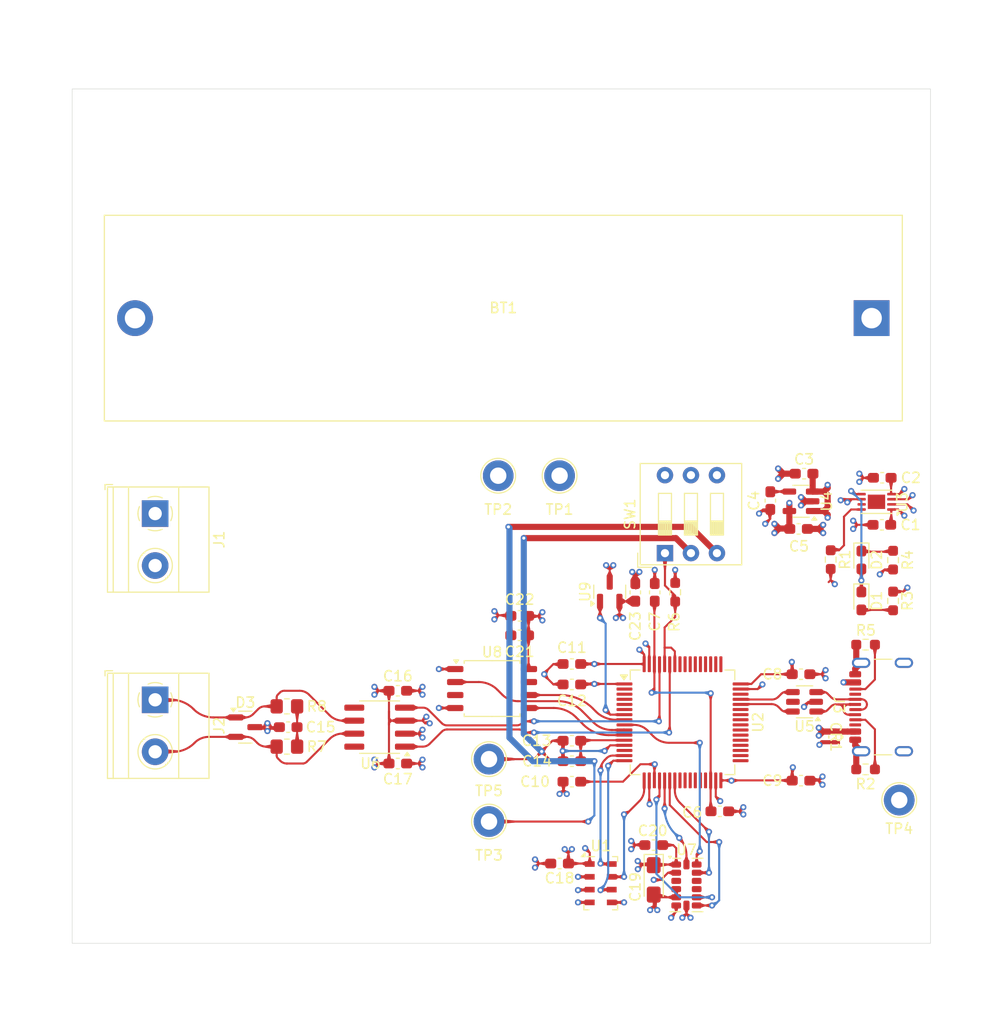
<source format=kicad_pcb>
(kicad_pcb (version 20240108) (generator "pcbnew") (generator_version "8.0")
  (layers (0 "F.Cu" signal) (1 "In1.Cu" signal) (2 "In2.Cu" signal) (31 "B.Cu" signal) (34 "B.Paste" user) (35 "F.Paste" user) (36 "B.SilkS" user "B.Silkscreen") (37 "F.SilkS" user "F.Silkscreen") (38 "B.Mask" user) (39 "F.Mask" user) (44 "Edge.Cuts" user))
  (net 0 "")
  (net 1 "/Battery Management/V_USB")
  (net 2 "GNDD")
  (net 3 "/Battery Management/V_BAT")
  (net 4 "Net-(U4-BP)")
  (net 5 "+3.3V")
  (net 6 "/Battery Management/STAT")
  (net 7 "Net-(D1-A)")
  (net 8 "Net-(D2-K)")
  (net 10 "Net-(U2-NRST)")
  (net 11 "Net-(U3-PROG)")
  (net 13 "Net-(C6-Pad1)")
  (net 16 "GNDA")
  (net 18 "VDDA")
  (net 20 "Net-(C15-Pad1)")
  (net 23 "/CAN Interface/CAN_L")
  (net 26 "/CAN Interface/CAN_H")
  (net 27 "/pres_mosi")
  (net 28 "/pres_clk")
  (net 33 "/pres_miso")
  (net 35 "/accel_miso")
  (net 37 "/flash_mosi")
  (net 39 "/accel_int2")
  (net 42 "/accel_mosi")
  (net 44 "Net-(J3-D+-PadA6)")
  (net 46 "/accel_int1")
  (net 51 "Net-(J3-D--PadA7)")
  (net 52 "/flash_clk")
  (net 54 "/accel_clk")
  (net 55 "/flash_miso")
  (net 56 "/BOOT0")
  (net 69 "Net-(J3-CC2)")
  (net 70 "Net-(J3-CC1)")
  (net 71 "/USB_D_P")
  (net 72 "/FDCAN_RX")
  (net 73 "/USB_D_N")
  (net 74 "/FDCAN_TX")
  (footprint "Capacitor_SMD:C_0603_1608Metric_Pad1.08x0.95mm_HandSolder" (layer "F.Cu") (at 134.785153 118.028)
    (property "Reference" "C17")
    (property "Value" "4.7uF")
  )
  (footprint "Package_QFP:LQFP-64_10x10mm_P0.5mm" (layer "F.Cu") (at 162.616738 114.001)
    (property "Reference" "U2")
    (property "Value" "STM32H503RBTx")
  )
  (footprint "Resistor_SMD:R_0603_1608Metric_Pad0.98x0.95mm_HandSolder" (layer "F.Cu") (at 177.1 98.1 -90)
    (property "Reference" "R1")
    (property "Value" "2k")
  )
  (footprint "Capacitor_SMD:C_0603_1608Metric_Pad1.08x0.95mm_HandSolder" (layer "F.Cu") (at 151.8 110.3 180)
    (property "Reference" "C12")
    (property "Value" "4.7uF")
  )
  (footprint "Resistor_SMD:R_0805_2012Metric_Pad1.20x1.40mm_HandSolder" (layer "F.Cu") (at 123.945153 112.44 180)
    (property "Reference" "R8")
    (property "Value" "62")
  )
  (footprint "Capacitor_SMD:C_0603_1608Metric_Pad1.08x0.95mm_HandSolder" (layer "F.Cu") (at 174.2 119.7)
    (property "Reference" "C9")
    (property "Value" "100nF")
  )
  (footprint "Capacitor_SMD:C_0603_1608Metric_Pad1.08x0.95mm_HandSolder" (layer "F.Cu") (at 166.2625 122.7)
    (property "Reference" "C6")
    (property "Value" "2.2uF")
  )
  (footprint "footprints:ZDO_1610_STM" (layer "F.Cu") (at 177.591 115.426 -90)
    (property "Reference" "CR1")
    (property "Value" "ESDA7P60-1U1M")
  )
  (footprint "Capacitor_SMD:C_0603_1608Metric_Pad1.08x0.95mm_HandSolder" (layer "F.Cu") (at 134.785153 110.916)
    (property "Reference" "C16")
    (property "Value" "100nF")
  )
  (footprint "Package_LGA:LGA-14_3x5mm_P0.8mm_LayoutBorder1x6y" (layer "F.Cu") (at 163 129.9)
    (property "Reference" "U7")
    (property "Value" "ADXL375BCCZ")
  )
  (footprint "Resistor_SMD:R_0603_1608Metric_Pad0.98x0.95mm_HandSolder" (layer "F.Cu") (at 183.2 102.1375 90)
    (property "Reference" "R3")
    (property "Value" "1k")
  )
  (footprint "TerminalBlock_Phoenix:TerminalBlock_Phoenix_MKDS-1,5-2-5.08_1x02_P5.08mm_Horizontal" (layer "F.Cu") (at 111.067153 93.6 -90)
    (property "Reference" "J1")
    (property "Value" "Conn_01x02_Socket")
  )
  (footprint "Connector_USB:USB_C_Receptacle_GCT_USB4105-xx-A_16P_TopMnt_Horizontal" (layer "F.Cu") (at 183.179 112.505 90)
    (property "Reference" "J3")
    (property "Value" "USB_C_Receptacle_USB2.0_16P")
  )
  (footprint "Capacitor_SMD:C_0603_1608Metric_Pad1.08x0.95mm_HandSolder" (layer "F.Cu") (at 146.7 105.5 180)
    (property "Reference" "C21")
    (property "Value" "100nF")
  )
  (footprint "Package_SO:SOIC-8_3.9x4.9mm_P1.27mm" (layer "F.Cu") (at 133.007153 114.472 180)
    (property "Reference" "U6")
    (property "Value" "TCAN332G")
  )
  (footprint "Capacitor_SMD:C_0603_1608Metric_Pad1.08x0.95mm_HandSolder" (layer "F.Cu") (at 124.072153 114.472 180)
    (property "Reference" "C15")
    (property "Value" "4.7uF")
  )
  (footprint "Package_TO_SOT_SMD:SOT-23" (layer "F.Cu") (at 119.881153 114.472)
    (property "Reference" "D3")
    (property "Value" "NUP2105L")
  )
  (footprint "TestPoint:TestPoint_Loop_D2.60mm_Drill1.6mm_Beaded" (layer "F.Cu") (at 183.8 121.6 -90)
    (property "Reference" "TP4")
    (property "Value" "TestPoint")
  )
  (footprint "Resistor_SMD:R_0603_1608Metric_Pad0.98x0.95mm_HandSolder" (layer "F.Cu") (at 180.512 106.409 180)
    (property "Reference" "R5")
    (property "Value" "5.1k")
  )
  (footprint "TerminalBlock_Phoenix:TerminalBlock_Phoenix_MKDS-1,5-2-5.08_1x02_P5.08mm_Horizontal" (layer "F.Cu") (at 111.067153 111.8 -90)
    (property "Reference" "J2")
    (property "Value" "Conn_01x02_Socket")
  )
  (footprint "Capacitor_SMD:C_0603_1608Metric_Pad1.08x0.95mm_HandSolder" (layer "F.Cu") (at 182.1 94.7 180)
    (property "Reference" "C1")
    (property "Value" "4.7uF")
  )
  (footprint "Package_TO_SOT_SMD:SOT-23" (layer "F.Cu") (at 155.5 101.2375 90)
    (property "Reference" "U9")
    (property "Value" "MCP130-xxxxTT")
  )
  (footprint "Capacitor_SMD:C_0603_1608Metric_Pad1.08x0.95mm_HandSolder" (layer "F.Cu") (at 151.8 115.8)
    (property "Reference" "C13")
    (property "Value" "100nF")
  )
  (footprint "MountingHole:MountingHole_3.2mm_M3" (layer "F.Cu") (at 181 130)
    (property "Reference" "H2" (hide yes))
    (property "Value" "MountingHole" (hide yes))
  )
  (footprint "Capacitor_SMD:C_0603_1608Metric_Pad1.08x0.95mm_HandSolder" (layer "F.Cu") (at 150.6 127.8 180)
    (property "Reference" "C18")
    (property "Value" "100nF")
  )
  (footprint "LED_SMD:LED_0603_1608Metric_Pad1.05x0.95mm_HandSolder" (layer "F.Cu") (at 180.1 102.1375 -90)
    (property "Reference" "D1")
    (property "Value" "LED")
  )
  (footprint "Resistor_SMD:R_0603_1608Metric_Pad0.98x0.95mm_HandSolder" (layer "F.Cu") (at 183.2 98.15 -90)
    (property "Reference" "R4")
    (property "Value" "1k")
  )
  (footprint "Package_LGA:LGA-8_3x5mm_P1.25mm" (layer "F.Cu") (at 154.625 129.725)
    (property "Reference" "U1")
    (property "Value" "MS5607-02BA")
  )
  (footprint "Capacitor_SMD:C_0603_1608Metric_Pad1.08x0.95mm_HandSolder" (layer "F.Cu") (at 151.8 119.8 180)
    (property "Reference" "C10")
    (property "Value" "100nF")
  )
  (footprint "TestPoint:TestPoint_Loop_D2.60mm_Drill1.6mm_Beaded" (layer "F.Cu") (at 144.6 89.9 -90)
    (property "Reference" "TP2")
    (property "Value" "TestPoint")
  )
  (footprint "MountingHole:MountingHole_3.2mm_M3" (layer "F.Cu") (at 109 58)
    (property "Reference" "H3" (hide yes))
    (property "Value" "MountingHole" (hide yes))
  )
  (footprint "Resistor_SMD:R_0805_2012Metric_Pad1.20x1.40mm_HandSolder" (layer "F.Cu") (at 123.945153 116.377)
    (property "Reference" "R7")
    (property "Value" "62")
  )
  (footprint "Capacitor_SMD:C_0603_1608Metric_Pad1.08x0.95mm_HandSolder" (layer "F.Cu") (at 171.2 92.3325 -90)
    (property "Reference" "C4")
    (property "Value" "0.01uF")
  )
  (footprint "Capacitor_SMD:C_0603_1608Metric_Pad1.08x0.95mm_HandSolder" (layer "F.Cu") (at 174.5 89.7 180)
    (property "Reference" "C3")
    (property "Value" "1uF")
  )
  (footprint "Package_TO_SOT_SMD:SOT-23-5" (layer "F.Cu") (at 174.2 92.4 180)
    (property "Reference" "U4")
    (property "Value" "TC2185-3.3VxCTTR")
  )
  (footprint "Package_DFN_QFN:DFN-8-1EP_3x2mm_P0.5mm_EP1.7x1.4mm" (layer "F.Cu") (at 181.575 92.45 180)
    (property "Reference" "U3")
    (property "Value" "MCP73831-2-MC")
  )
  (footprint "Button_Switch_THT:SW_DIP_SPSTx03_Slide_9.78x9.8mm_W7.62mm_P2.54mm" (layer "F.Cu") (at 160.9 97.4675 90)
    (property "Reference" "SW1")
    (property "Value" "SW_DIP_x03")
  )
  (footprint "Package_TO_SOT_SMD:SOT-23-6" (layer "F.Cu") (at 174.543 111.997 180)
    (property "Reference" "U5")
    (property "Value" "USBLC6-2SC6")
  )
  (footprint "Capacitor_SMD:C_0603_1608Metric_Pad1.08x0.95mm_HandSolder" (layer "F.Cu") (at 146.7 103.595 180)
    (property "Reference" "C22")
    (property "Value" "4.7uF")
  )
  (footprint "Capacitor_SMD:C_0603_1608Metric_Pad1.08x0.95mm_HandSolder" (layer "F.Cu") (at 173.9625 95.1)
    (property "Reference" "C5")
    (property "Value" "1uF")
  )
  (footprint "Capacitor_SMD:C_0603_1608Metric_Pad1.08x0.95mm_HandSolder" (layer "F.Cu") (at 151.8 117.8)
    (property "Reference" "C14")
    (property "Value" "1uF")
  )
  (footprint "LED_SMD:LED_0603_1608Metric_Pad1.05x0.95mm_HandSolder" (layer "F.Cu") (at 180.1 98.1375 -90)
    (property "Reference" "D2")
    (property "Value" "LED")
  )
  (footprint "Capacitor_SMD:C_0603_1608Metric_Pad1.08x0.95mm_HandSolder" (layer "F.Cu") (at 174.2 109.3)
    (property "Reference" "C8")
    (property "Value" "100nF")
  )
  (footprint "Package_SO:SOIC-8_5.23x5.23mm_P1.27mm" (layer "F.Cu") (at 144 110.7)
    (property "Reference" "U8")
    (property "Value" "W25Q128JVS")
  )
  (footprint "MountingHole:MountingHole_3.2mm_M3" (layer "F.Cu") (at 109 130)
    (property "Reference" "H1" (hide yes))
    (property "Value" "MountingHole" (hide yes))
  )
  (footprint "Capacitor_SMD:C_0603_1608Metric_Pad1.08x0.95mm_HandSolder" (layer "F.Cu") (at 182.1375 90.1 180)
    (property "Reference" "C2")
    (property "Value" "4.7uF")
  )
  (footprint "Capacitor_SMD:C_0603_1608Metric_Pad1.08x0.95mm_HandSolder" (layer "F.Cu") (at 159.9 101.3 90)
    (property "Reference" "C7")
    (property "Value" "2.2uF")
  )
  (footprint "TestPoint:TestPoint_Loop_D2.60mm_Drill1.6mm_Beaded" (layer "F.Cu") (at 143.7 123.7 -90)
    (property "Reference" "TP3")
    (property "Value" "TestPoint")
  )
  (footprint "MountingHole:MountingHole_3.2mm_M3" (layer "F.Cu") (at 181 58)
    (property "Reference" "H4" (hide yes))
    (property "Value" "MountingHole" (hide yes))
  )
  (footprint "Resistor_SMD:R_0603_1608Metric_Pad0.98x0.95mm_HandSolder" (layer "F.Cu") (at 180.512 118.601 180)
    (property "Reference" "R2")
    (property "Value" "5.1k")
  )
  (footprint "Capacitor_SMD:C_0603_1608Metric_Pad1.08x0.95mm_HandSolder" (layer "F.Cu") (at 159.8 126 180)
    (property "Reference" "C20")
    (property "Value" "100nF")
  )
  (footprint "Capacitor_Tantalum_SMD:CP_EIA-3216-18_Kemet-A_Pad1.58x1.35mm_HandSolder" (layer "F.Cu") (at 159.8 129.4 -90)
    (property "Reference" "C19")
    (property "Value" "10uF")
  )
  (footprint "Capacitor_SMD:C_0603_1608Metric_Pad1.08x0.95mm_HandSolder" (layer "F.Cu") (at 151.8 108.3 180)
    (property "Reference" "C11")
    (property "Value" "100nF")
  )
  (footprint "TestPoint:TestPoint_Loop_D2.60mm_Drill1.6mm_Beaded" (layer "F.Cu") (at 150.6 89.9 -90)
    (property "Reference" "TP1")
    (property "Value" "TestPoint")
  )
  (footprint "TestPoint:TestPoint_Loop_D2.60mm_Drill1.6mm_Beaded" (layer "F.Cu") (at 143.7 117.6 -90)
    (property "Reference" "TP5")
    (property "Value" "TestPoint")
  )
  (footprint "Battery:BatteryHolder_MPD_BH-18650-PC2" (layer "F.Cu") (at 181.1 74.5 180)
    (property "Reference" "BT1")
    (property "Value" "Battery_Cell")
  )
  (footprint "Capacitor_SMD:C_0603_1608Metric_Pad1.08x0.95mm_HandSolder" (layer "F.Cu") (at 158 101.3 90)
    (property "Reference" "C23")
    (property "Value" "100nF")
  )
  (footprint "Resistor_SMD:R_0603_1608Metric_Pad0.98x0.95mm_HandSolder" (layer "F.Cu") (at 161.9 101.2875 90)
    (property "Reference" "R6")
    (property "Value" "10k")
  )
  (gr_rect (start 102.955 52.1) (end 186.855 135.6) (stroke (width 0.05)) (fill none) (layer "Edge.Cuts"))
  (segment (start 175.94 114.537) (end 176.3083 114.9053) (width 0.6) (layer "F.Cu") (net 1))
  (segment (start 176.3083 114.9053) (end 177.591 114.9053) (width 0.6) (layer "F.Cu") (net 1))
  (segment (start 183.025 94.6375) (end 182.9625 94.7) (width 0.2) (layer "F.Cu") (net 1))
  (segment (start 184.6 100.8375) (end 184.5 100.9375) (width 0.2) (layer "F.Cu") (net 1))
  (segment (start 184.6 92.7) (end 183.025 92.7) (width 0.2) (layer "F.Cu") (net 1))
  (segment (start 179.499 114.905) (end 178.747 114.905) (width 0.6) (layer "F.Cu") (net 1))
  (segment (start 178.353 110.092) (end 178.366 110.105) (width 0.2) (layer "F.Cu") (net 1))
  (segment (start 184.2125 101.225) (end 184.6 100.8375) (width 0.2) (layer "F.Cu") (net 1))
  (segment (start 179.499 110.105) (end 178.353 110.092) (width 0.6) (layer "F.Cu") (net 1))
  (segment (start 176.3083 114.9053) (end 176.3083 114.9307) (width 0.2) (layer "F.Cu") (net 1))
  (segment (start 183.7 93.2) (end 183.025 93.2) (width 0.2) (layer "F.Cu") (net 1))
  (segment (start 184.3 93.8) (end 183.7 93.2) (width 0.2) (layer "F.Cu") (net 1))
  (segment (start 185.2 93.3) (end 184.6 92.7) (width 0.2) (layer "F.Cu") (net 1))
  (segment (start 183.2 101.225) (end 184.2125 101.225) (width 0.2) (layer "F.Cu") (net 1))
  (segment (start 178.7467 114.9053) (end 177.21 114.9053) (width 0.6) (layer "F.Cu") (net 1))
  (segment (start 178.747 114.905) (end 178.7467 114.9053) (width 0.2) (layer "F.Cu") (net 1))
  (segment (start 176.3083 114.9307) (end 175.94 115.299) (width 0.6) (layer "F.Cu") (net 1))
  (segment (start 183.025 93.2) (end 183.025 94.6375) (width 0.2) (layer "F.Cu") (net 1))
  (via (at 184.6 100.8375) (size 0.6) (drill 0.3) (layers "F.Cu" "B.Cu") (net 1))
  (via (at 184.3 93.8) (size 0.6) (drill 0.3) (layers "F.Cu" "B.Cu") (net 1))
  (via (at 175.94 114.537) (size 0.6) (drill 0.3) (layers "F.Cu" "B.Cu") (net 1))
  (via (at 185.2 93.3) (size 0.6) (drill 0.3) (layers "F.Cu" "B.Cu") (net 1))
  (via (at 178.353 110.092) (size 0.6) (drill 0.3) (layers "F.Cu" "B.Cu") (net 1))
  (via (at 175.94 115.299) (size 0.6) (drill 0.3) (layers "F.Cu" "B.Cu") (net 1))
  (segment (start 175.3375 92.4) (end 174.6 92.4) (width 0.6) (layer "F.Cu") (net 2))
  (segment (start 149.7375 127.8) (end 148.6 127.8) (width 0.2) (layer "F.Cu") (net 2))
  (segment (start 175.9 119.7) (end 176.3 119.3) (width 0.2) (layer "F.Cu") (net 2))
  (segment (start 152.4 130.4) (end 152.45 130.35) (width 0.2) (layer "F.Cu") (net 2))
  (segment (start 155.5 99) (end 155.85 98.65) (width 0.2) (layer "F.Cu") (net 2))
  (segment (start 144.6275 103.54) (end 144.2275 103.94) (width 0.2) (layer "F.Cu") (net 2))
  (segment (start 176.2 109.3) (end 176.6 109.7) (width 0.2) (layer "F.Cu") (net 2))
  (segment (start 168.5625 123) (end 168.5625 123.1) (width 0.2) (layer "F.Cu") (net 2))
  (segment (start 137.198153 118.409) (end 136.817153 118.028) (width 0.2) (layer "F.Cu") (net 2))
  (segment (start 136.817153 110.916) (end 135.647653 110.916) (width 0.2) (layer "F.Cu") (net 2))
  (segment (start 175.0625 109.3) (end 176.2 109.3) (width 0.2) (layer "F.Cu") (net 2))
  (segment (start 158.05 99.65) (end 157.7 99.3) (width 0.2) (layer "F.Cu") (net 2))
  (segment (start 179.3 94.3) (end 179.4 94.4) (width 0.2) (layer "F.Cu") (net 2))
  (segment (start 179.5995 107.7105) (end 180.074 108.185) (width 0.2) (layer "F.Cu") (net 2))
  (segment (start 172.4625 89.7) (end 171.9625 89.2) (width 0.6) (layer "F.Cu") (net 2))
  (segment (start 161.2 128.7) (end 160.8 129.1) (width 0.2) (layer "F.Cu") (net 2))
  (segment (start 175.6805 111.997) (end 174.924 111.997) (width 0.2) (layer "F.Cu") (net 2))
  (segment (start 137.198153 110.535) (end 136.817153 110.916) (width 0.2) (layer "F.Cu") (net 2))
  (segment (start 179.499 109.305) (end 179.499 108.76) (width 0.6) (layer "F.Cu") (net 2))
  (segment (start 157.7 99.3) (end 157.8 99.4) (width 0.2) (layer "F.Cu") (net 2))
  (segment (start 175.9625 95.1) (end 176.3625 94.7) (width 0.6) (layer "F.Cu") (net 2))
  (segment (start 175.0625 119.7) (end 175.9 119.7) (width 0.2) (layer "F.Cu") (net 2))
  (segment (start 165.866738 119.676) (end 165.866738 121.266738) (width 0.2) (layer "F.Cu") (net 2))
  (segment (start 160.5 129.4) (end 159.8 129.4) (width 0.2) (layer "F.Cu") (net 2))
  (segment (start 155.5 100.275) (end 155.5 99) (width 0.2) (layer "F.Cu") (net 2))
  (segment (start 179.7 94.7) (end 179.3 94.3) (width 0.2) (layer "F.Cu") (net 2))
  (segment (start 159.8 132) (end 160.3 132.5) (width 0.2) (layer "F.Cu") (net 2))
  (segment (start 170.424697 110.299758) (end 169.973455 110.751) (width 0.2) (layer "F.Cu") (net 2))
  (segment (start 179.5995 118.601) (end 179.5995 117.2995) (width 0.6) (layer "F.Cu") (net 2))
  (segment (start 150.9375 120.6375) (end 150.9375 120.6625) (width 0.2) (layer "F.Cu") (net 2))
  (segment (start 150.9375 119.8) (end 150.9375 120.6375) (width 0.2) (layer "F.Cu") (net 2))
  (segment (start 168.5625 122.3) (end 168.1625 122.7) (width 0.2) (layer "F.Cu") (net 2))
  (segment (start 135.647653 118.028) (end 136.817153 118.028) (width 0.2) (layer "F.Cu") (net 2))
  (segment (start 165.866738 121.266738) (end 166.3 121.7) (width 0.2) (layer "F.Cu") (net 2))
  (segment (start 172.4625 89.7) (end 171.9625 90.2) (width 0.6) (layer "F.Cu") (net 2))
  (segment (start 181.9 99.5375) (end 182.375 99.0625) (width 0.2) (layer "F.Cu") (net 2))
  (segment (start 177.591 115.9467) (end 176.2533 115.9467) (width 0.4) (layer "F.Cu") (net 2))
  (segment (start 144.6275 103.54) (end 144.2275 103.14) (width 0.2) (layer "F.Cu") (net 2))
  (segment (start 137.198153 115.488) (end 136.817153 115.107) (width 0.2) (layer "F.Cu") (net 2))
  (segment (start 155.5 99) (end 155.15 98.65) (width 0.2) (layer "F.Cu") (net 2))
  (segment (start 179.5995 117.2995) (end 180.074 116.825) (width 0.2) (layer "F.Cu") (net 2))
  (segment (start 159.033476 106.3) (end 159.366738 106.633262) (width 0.2) (layer "F.Cu") (net 2))
  (segment (start 177.5 100.5) (end 177.4 100.4) (width 0.2) (layer "F.Cu") (net 2))
  (segment (start 183.2 99.0625) (end 183.2 99.15) (width 0.2) (layer "F.Cu") (net 2))
  (segment (start 148.6 127.8) (end 148.2 128.2) (width 0.2) (layer "F.Cu") (net 2))
  (segment (start 120.818653 114.472) (end 121.659153 114.472) (width 0.2) (layer "F.Cu") (net 2))
  (segment (start 173.6375 89.7) (end 172.4625 89.7) (width 0.6) (layer "F.Cu") (net 2))
  (segment (start 150.9375 108.3) (end 150 108.3) (width 0.2) (layer "F.Cu") (net 2))
  (segment (start 155.7 131.6) (end 156.9 131.6) (width 0.2) (layer "F.Cu") (net 2))
  (segment (start 163 132.7) (end 162.6 133.1) (width 0.2) (layer "F.Cu") (net 2))
  (segment (start 174.6 92.4) (end 174.2 92.8) (width 0.6) (layer "F.Cu") (net 2))
  (segment (start 122.040153 114.853) (end 121.659153 114.472) (width 0.2) (layer "F.Cu") (net 2))
  (segment (start 158.05 100.925) (end 158.05 99.65) (width 0.2) (layer "F.Cu") (net 2))
  (segment (start 160.0625 131.1) (end 159.8 130.8375) (width 0.2) (layer "F.Cu") (net 2))
  (segment (start 135.647653 115.107) (end 136.817153 115.107) (width 0.2) (layer "F.Cu") (net 2))
  (segment (start 162 128.7) (end 161.2 128.7) (width 0.2) (layer "F.Cu") (net 2))
  (segment (start 176.2 109.3) (end 176.6 108.9) (width 0.2) (layer "F.Cu") (net 2))
  (segment (start 121.659153 114.472) (end 122.040153 114.091) (width 0.2) (layer "F.Cu") (net 2))
  (segment (start 169.973455 110.751) (end 168.291738 110.751) (width 0.2) (layer "F.Cu") (net 2))
  (segment (start 177.1 99.0125) (end 177.1 100.1) (width 0.2) (layer "F.Cu") (net 2))
  (segment (start 174.825 95.1) (end 175.9625 95.1) (width 0.6) (layer "F.Cu") (net 2))
  (segment (start 159.366738 106.633262) (end 159.366738 108.326) (width 0.2) (layer "F.Cu") (net 2))
  (segment (start 168.1625 122.7) (end 168.4625 123) (width 0.2) (layer "F.Cu") (net 2))
  (segment (start 149 109.3) (end 149.1 109.3) (width 0.2) (layer "F.Cu") (net 2))
  (segment (start 152.4 131.6) (end 152.5 131.6) (width 0.2) (layer "F.Cu") (net 2))
  (segment (start 159.8 132) (end 159.45 132.35) (width 0.2) (layer "F.Cu") (net 2))
  (segment (start 174.493684 112.490868) (end 174.493684 112.394272) (width 0.2) (layer "F.Cu") (net 2))
  (segment (start 174.2 92) (end 174.6 92.4) (width 0.6) (layer "F.Cu") (net 2))
  (segment (start 158 126) (end 157.6 126.4) (width 0.2) (layer "F.Cu") (net 2))
  (segment (start 181.2375 94.7) (end 179.7 94.7) (width 0.2) (layer "F.Cu") (net 2))
  (segment (start 159.8 129.4) (end 159.9 129.4) (width 0.2) (layer "F.Cu") (net 2))
  (segment (start 161.9 99.1) (end 161.9 100.375) (width 0.2) (layer "F.Cu") (net 2))
  (segment (start 148.6 127.8) (end 148.2 127.4) (width 0.2) (layer "F.Cu") (net 2))
  (segment (start 149 109.3) (end 149 109.3) (width 0.2) (layer "F.Cu") (net 2))
  (segment (start 180.3 90.1) (end 179.9 90.5) (width 0.2) (layer "F.Cu") (net 2))
  (segment (start 163 132.7) (end 163.4 133.1) (width 0.2) (layer "F.Cu") (net 2))
  (segment (start 180.125 92.2) (end 179.375 92.2) (width 0.2) (layer "F.Cu") (net 2))
  (segment (start 159.9 100.4375) (end 159.9 99.1) (width 0.2) (layer "F.Cu") (net 2))
  (segment (start 138.805 108.795) (end 138.8 108.8) (width 0.2) (layer "F.Cu") (net 2))
  (segment (start 168.5625 123.1) (end 168.5625 123.1) (width 0.2) (layer "F.Cu") (net 2))
  (segment (start 178.725 92.5) (end 179.025 92.2) (width 0.2) (layer "F.Cu") (net 2))
  (segment (start 182.375 99.0625) (end 183.2 99.0625) (width 0.2) (layer "F.Cu") (net 2))
  (segment (start 148.2 128.2) (end 148.25 128.15) (width 0.2) (layer "F.Cu") (net 2))
  (segment (start 153.55 131.6) (end 152.4 131.6) (width 0.2) (layer "F.Cu") (net 2))
  (segment (start 174.924 111.997) (end 174.493684 112.427316) (width 0.2) (layer "F.Cu") (net 2))
  (segment (start 150 110.3) (end 150.9375 110.3) (width 0.2) (layer "F.Cu") (net 2))
  (segment (start 149.1 109.4) (end 150 110.3) (width 0.2) (layer "F.Cu") (net 2))
  (segment (start 171.2 94.1) (end 171 94.3) (width 0.2) (layer "F.Cu") (net 2))
  (segment (start 145.855 105.435) (end 145.865 105.445) (width 0.2) (layer "F.Cu") (net 2))
  (segment (start 150 108.3) (end 149 109.3) (width 0.2) (layer "F.Cu") (net 2))
  (segment (start 159 106.3) (end 159.033476 106.3) (width 0.2) (layer "F.Cu") (net 2))
  (segment (start 168.4625 123) (end 168.5625 123) (width 0.2) (layer "F.Cu") (net 2))
  (segment (start 170.505 93.195) (end 170.1 93.6) (width 0.2) (layer "F.Cu") (net 2))
  (segment (start 179.5995 106.409) (end 179.5995 107.7105) (width 0.6) (layer "F.Cu") (net 2))
  (segment (start 179.499 115.705) (end 179.499 116.25) (width 0.6) (layer "F.Cu") (net 2))
  (segment (start 179.7 94.7) (end 179.3 95.1) (width 0.2) (layer "F.Cu") (net 2))
  (segment (start 159.366738 121.966738) (end 159.366738 119.676) (width 0.2) (layer "F.Cu") (net 2))
  (segment (start 155.15 98.65) (end 155.25 98.75) (width 0.2) (layer "F.Cu") (net 2))
  (segment (start 158.9375 126) (end 158 126) (width 0.2) (layer "F.Cu") (net 2))
  (segment (start 162 131.1) (end 162 130.3) (width 0.2) (layer "F.Cu") (net 2))
  (segment (start 153.55 129.1) (end 152.4 129.1) (width 0.2) (layer "F.Cu") (net 2))
  (segment (start 163 131.9) (end 163 132.7) (width 0.2) (layer "F.Cu") (net 2))
  (segment (start 137.198153 114.726) (end 136.817153 115.107) (width 0.2) (layer "F.Cu") (net 2))
  (segment (start 175.9 119.7) (end 176.3 120.1) (width 0.2) (layer "F.Cu") (net 2))
  (segment (start 122.421153 114.472) (end 123.209653 114.472) (width 0.2) (layer "F.Cu") (net 2))
  (segment (start 176.2533 115.9467) (end 176 116.2) (width 0.4) (layer "F.Cu") (net 2))
  (segment (start 158.4 99.3) (end 158.3 99.4) (width 0.2) (layer "F.Cu") (net 2))
  (segment (start 145.865 103.54) (end 144.6275 103.54) (width 0.2) (layer "F.Cu") (net 2))
  (segment (start 150.9375 120.6375) (end 151.3 121) (width 0.2) (layer "F.Cu") (net 2))
  (segment (start 179.499 116.25) (end 180.074 116.825) (width 0.6) (layer "F.Cu") (net 2))
  (segment (start 140.4 108.795) (end 138.805 108.795) (width 0.2) (layer "F.Cu") (net 2))
  (segment (start 171 94.3) (end 170.7 94.6) (width 0.2) (layer "F.Cu") (net 2))
  (segment (start 140.4 112.605) (end 138.8 112.6) (width 0.2) (layer "F.Cu") (net 2))
  (segment (start 153.55 130.35) (end 152.4 130.4) (width 0.2) (layer "F.Cu") (net 2))
  (segment (start 180.3 90.1) (end 179.9 89.7) (width 0.2) (layer "F.Cu") (net 2))
  (segment (start 179.3 95.1) (end 179.4 95) (width 0.2) (layer "F.Cu") (net 2))
  (segment (start 158 126) (end 157.6 125.6) (width 0.2) (layer "F.Cu") (net 2))
  (segment (start 162 131.1) (end 160.0625 131.1) (width 0.2) (layer "F.Cu") (net 2))
  (segment (start 138.8 112.6) (end 138.805 112.605) (width 0.2) (layer "F.Cu") (net 2))
  (segment (start 162.6 133.1) (end 162.65 133.05) (width 0.2) (layer "F.Cu") (net 2))
  (segment (start 178.175 92.2) (end 179.375 92.2) (width 0.2) (layer "F.Cu") (net 2))
  (segment (start 160.8 129.1) (end 160.5 129.4) (width 0.2) (layer "F.Cu") (net 2))
  (segment (start 179.499 108.76) (end 180.074 108.185) (width 0.6) (layer "F.Cu") (net 2))
  (segment (start 155.85 98.65) (end 155.75 98.75) (width 0.2) (layer "F.Cu") (net 2))
  (segment (start 159.8 130.8375) (end 159.8 132) (width 0.2) (layer "F.Cu") (net 2))
  (segment (start 177.1 100.1) (end 177.5 100.5) (width 0.2) (layer "F.Cu") (net 2))
  (segment (start 163.4 133.1) (end 163.3 133) (width 0.2) (layer "F.Cu") (net 2))
  (segment (start 149.1 109.3) (end 149.1 109.4) (width 0.2) (layer "F.Cu") (net 2))
  (segment (start 168.1625 122.7) (end 167.125 122.7) (width 0.2) (layer "F.Cu") (net 2))
  (segment (start 150.9375 120.6625) (end 150.6 121) (width 0.2) (layer "F.Cu") (net 2))
  (segment (start 177.1 100.1) (end 176.9 100.3) (width 0.2) (layer "F.Cu") (net 2))
  (segment (start 179.025 92.2) (end 179.375 92.2) (width 0.2) (layer "F.Cu") (net 2))
  (segment (start 145.8375 105.5) (end 145.8375 103.595) (width 0.2) (layer "F.Cu") (net 2))
  (segment (start 137.198153 117.647) (end 136.817153 118.028) (width 0.2) (layer "F.Cu") (net 2))
  (segment (start 122.040153 114.091) (end 122.421153 114.472) (width 0.2) (layer "F.Cu") (net 2))
  (segment (start 137.198153 111.297) (end 136.817153 110.916) (width 0.2) (layer "F.Cu") (net 2))
  (segment (start 181.275 90.1) (end 180.3 90.1) (width 0.2) (layer "F.Cu") (net 2))
  (segment (start 158.05 99.65) (end 158.4 99.3) (width 0.2) (layer "F.Cu") (net 2))
  (segment (start 171.2 93.195) (end 170.505 93.195) (width 0.2) (layer "F.Cu") (net 2))
  (segment (start 174.493684 112.427316) (end 174.493684 112.490868) (width 0.2) (layer "F.Cu") (net 2))
  (segment (start 122.040153 114.853) (end 122.421153 114.472) (width 0.2) (layer "F.Cu") (net 2))
  (segment (start 171.2 93.195) (end 171.2 94.1) (width 0.2) (layer "F.Cu") (net 2))
  (segment (start 175.9625 95.1) (end 176.3625 95.5) (width 0.6) (layer "F.Cu") (net 2))
  (segment (start 178.075 92.3) (end 178.175 92.2) (width 0.2) (layer "F.Cu") (net 2))
  (segment (start 159.4 122) (end 159.366738 121.966738) (width 0.2) (layer "F.Cu") (net 2))
  (via (at 157.6 126.4) (size 0.6) (drill 0.3) (layers "F.Cu" "B.Cu") (net 2))
  (via (at 157.6 125.6) (size 0.6) (drill 0.3) (layers "F.Cu" "B.Cu") (net 2))
  (via (at 178.075 92.3) (size 0.6) (drill 0.3) (layers "F.Cu" "B.Cu") (net 2))
  (via (at 176.3625 95.5) (size 0.6) (drill 0.3) (layers "F.Cu" "B.Cu") (net 2))
  (via (at 137.198153 115.488) (size 0.6) (drill 0.3) (layers "F.Cu" "B.Cu") (net 2))
  (via (at 122.040153 114.091) (size 0.6) (drill 0.3) (layers "F.Cu" "B.Cu") (net 2))
  (via (at 122.040153 114.853) (size 0.6) (drill 0.3) (layers "F.Cu" "B.Cu") (net 2))
  (via (at 162.6 133.1) (size 0.6) (drill 0.3) (layers "F.Cu" "B.Cu") (net 2))
  (via (at 152.4 130.4) (size 0.6) (drill 0.3) (layers "F.Cu" "B.Cu") (net 2))
  (via (at 174.493684 112.490868) (size 0.6) (drill 0.3) (layers "F.Cu" "B.Cu") (net 2))
  (via (at 159.45 132.35) (size 0.6) (drill 0.3) (layers "F.Cu" "B.Cu") (net 2))
  (via (at 159.4 122) (size 0.6) (drill 0.3) (layers "F.Cu" "B.Cu") (net 2))
  (via (at 137.198153 118.409) (size 0.6) (drill 0.3) (layers "F.Cu" "B.Cu") (net 2))
  (via (at 179.9 90.5) (size 0.6) (drill 0.3) (layers "F.Cu" "B.Cu") (net 2))
  (via (at 170.1 93.6) (size 0.6) (drill 0.3) (layers "F.Cu" "B.Cu") (net 2))
  (via (at 176.3 120.1) (size 0.6) (drill 0.3) (layers "F.Cu" "B.Cu") (net 2))
  (via (at 144.2275 103.14) (size 0.6) (drill 0.3) (layers "F.Cu" "B.Cu") (net 2))
  (via (at 176.6 108.9) (size 0.6) (drill 0.3) (layers "F.Cu" "B.Cu") (net 2))
  (via (at 151.3 121) (size 0.6) (drill 0.3) (layers "F.Cu" "B.Cu") (net 2))
  (via (at 171.9625 90.2) (size 0.6) (drill 0.3) (layers "F.Cu" "B.Cu") (net 2))
  (via (at 170.7 94.6) (size 0.6) (drill 0.3) (layers "F.Cu" "B.Cu") (net 2))
  (via (at 157.7 99.3) (size 0.6) (drill 0.3) (layers "F.Cu" "B.Cu") (net 2))
  (via (at 174.2 92.8) (size 0.6) (drill 0.3) (layers "F.Cu" "B.Cu") (net 2))
  (via (at 137.198153 110.535) (size 0.6) (drill 0.3) (layers "F.Cu" "B.Cu") (net 2))
  (via (at 156.9 131.6) (size 0.6) (drill 0.3) (layers "F.Cu" "B.Cu") (net 2))
  (via (at 158.4 99.3) (size 0.6) (drill 0.3) (layers "F.Cu" "B.Cu") (net 2))
  (via (at 150.6 121) (size 0.6) (drill 0.3) (layers "F.Cu" "B.Cu") (net 2))
  (via (at 177.5 100.5) (size 0.6) (drill 0.3) (layers "F.Cu" "B.Cu") (net 2))
  (via (at 179.9 89.7) (size 0.6) (drill 0.3) (layers "F.Cu" "B.Cu") (net 2))
  (via (at 148.2 127.4) (size 0.6) (drill 0.3) (layers "F.Cu" "B.Cu") (net 2))
  (via (at 176.6 109.7) (size 0.6) (drill 0.3) (layers "F.Cu" "B.Cu") (net 2))
  (via (at 155.85 98.65) (size 0.6) (drill 0.3) (layers "F.Cu" "B.Cu") (net 2))
  (via (at 152.4 131.6) (size 0.6) (drill 0.3) (layers "F.Cu" "B.Cu") (net 2))
  (via (at 137.198153 114.726) (size 0.6) (drill 0.3) (layers "F.Cu" "B.Cu") (net 2))
  (via (at 137.198153 117.647) (size 0.6) (drill 0.3) (layers "F.Cu" "B.Cu") (net 2))
  (via (at 163.4 133.1) (size 0.6) (drill 0.3) (layers "F.Cu" "B.Cu") (net 2))
  (via (at 160.15 132.35) (size 0.6) (drill 0.3) (layers "F.Cu" "B.Cu") (net 2))
  (via (at 171.9625 89.2) (size 0.6) (drill 0.3) (layers "F.Cu" "B.Cu") (net 2))
  (via (at 159.9 99.1) (size 0.6) (drill 0.3) (layers "F.Cu" "B.Cu") (net 2))
  (via (at 174.2 92) (size 0.6) (drill 0.3) (layers "F.Cu" "B.Cu") (net 2))
  (via (at 152.4 129.1) (size 0.6) (drill 0.3) (layers "F.Cu" "B.Cu") (net 2))
  (via (at 176.3625 94.7) (size 0.6) (drill 0.3) (layers "F.Cu" "B.Cu") (net 2))
  (via (at 137.198153 111.297) (size 0.6) (drill 0.3) (layers "F.Cu" "B.Cu") (net 2))
  (via (at 159 106.3) (size 0.6) (drill 0.3) (layers "F.Cu" "B.Cu") (net 2))
  (via (at 149.1 109.3) (size 0.6) (drill 0.3) (layers "F.Cu" "B.Cu") (net 2))
  (via (at 138.8 112.6) (size 0.6) (drill 0.3) (layers "F.Cu" "B.Cu") (net 2))
  (via (at 178.725 92.5) (size 0.6) (drill 0.3) (layers "F.Cu" "B.Cu") (net 2))
  (via (at 168.5625 122.3) (size 0.6) (drill 0.3) (layers "F.Cu" "B.Cu") (net 2))
  (via (at 181.9 99.5375) (size 0.6) (drill 0.3) (layers "F.Cu" "B.Cu") (net 2))
  (via (at 166.3 121.7) (size 0.6) (drill 0.3) (layers "F.Cu" "B.Cu") (net 2))
  (via (at 179.3 94.3) (size 0.6) (drill 0.3) (layers "F.Cu" "B.Cu") (net 2))
  (via (at 148.2 128.2) (size 0.6) (drill 0.3) (layers "F.Cu" "B.Cu") (net 2))
  (via (at 176.3 119.3) (size 0.6) (drill 0.3) (layers "F.Cu" "B.Cu") (net 2))
  (via (at 159.8 129.4) (size 0.6) (drill 0.3) (layers "F.Cu" "B.Cu") (net 2))
  (via (at 155.15 98.65) (size 0.6) (drill 0.3) (layers "F.Cu" "B.Cu") (net 2))
  (via (at 144.2275 103.94) (size 0.6) (drill 0.3) (layers "F.Cu" "B.Cu") (net 2))
  (via (at 176 116.2) (size 0.6) (drill 0.3) (layers "F.Cu" "B.Cu") (net 2))
  (via (at 168.5625 123) (size 0.6) (drill 0.3) (layers "F.Cu" "B.Cu") (net 2))
  (via (at 138.8 108.8) (size 0.6) (drill 0.3) (layers "F.Cu" "B.Cu") (net 2))
  (via (at 179.3 95.1) (size 0.6) (drill 0.3) (layers "F.Cu" "B.Cu") (net 2))
  (via (at 170.424697 110.299758) (size 0.6) (drill 0.3) (layers "F.Cu" "B.Cu") (net 2))
  (via (at 161.9 99.1) (size 0.6) (drill 0.3) (layers "F.Cu" "B.Cu") (net 2))
  (segment (start 176.45 91.45) (end 176.8 91.1) (width 0.6) (layer "F.Cu") (net 3))
  (segment (start 183 91.675) (end 183.025 91.7) (width 0.2) (layer "F.Cu") (net 3))
  (segment (start 176.8 92.4) (end 176.8 91.8) (width 0.6) (layer "F.Cu") (net 3))
  (segment (start 185.1 91.8) (end 184.7 92.2) (width 0.2) (layer "F.Cu") (net 3))
  (segment (start 176.45 93.35) (end 176.8 93.7) (width 0.6) (layer "F.Cu") (net 3))
  (segment (start 175.3375 89.5375) (end 175.3375 91.45) (width 0.6) (layer "F.Cu") (net 3))
  (segment (start 176.8 93) (end 176.45 93.35) (width 0.6) (layer "F.Cu") (net 3))
  (segment (start 184.7 92.2) (end 183.025 92.2) (width 0.2) (layer "F.Cu") (net 3))
  (segment (start 176.8 91.8) (end 176.45 91.45) (width 0.6) (layer "F.Cu") (net 3))
  (segment (start 175.3 89.4) (end 175.3 89.5) (width 0.2) (layer "F.Cu") (net 3))
  (segment (start 183 90.1) (end 183 91.675) (width 0.2) (layer "F.Cu") (net 3))
  (segment (start 175.3 89.5) (end 175.3375 89.5375) (width 0.2) (layer "F.Cu") (net 3))
  (segment (start 176.45 91.45) (end 175.3375 91.45) (width 0.6) (layer "F.Cu") (net 3))
  (segment (start 176.8 91.1) (end 176.8 90.8) (width 0.6) (layer "F.Cu") (net 3))
  (segment (start 183.8 91.7) (end 183.025 91.7) (width 0.2) (layer "F.Cu") (net 3))
  (segment (start 176.8 92.4) (end 176.8 93) (width 0.6) (layer "F.Cu") (net 3))
  (segment (start 176.45 93.35) (end 175.3375 93.35) (width 0.6) (layer "F.Cu") (net 3))
  (segment (start 176.8 93.7) (end 176.8 94) (width 0.6) (layer "F.Cu") (net 3))
  (segment (start 184.3 91.2) (end 183.8 91.7) (width 0.2) (layer "F.Cu") (net 3))
  (via (at 176.8 90.8) (size 0.6) (drill 0.3) (layers "F.Cu" "B.Cu") (net 3))
  (via (at 176.8 94) (size 0.6) (drill 0.3) (layers "F.Cu" "B.Cu") (net 3))
  (via (at 184.3 91.2) (size 0.6) (drill 0.3) (layers "F.Cu" "B.Cu") (net 3))
  (via (at 185.1 91.8) (size 0.6) (drill 0.3) (layers "F.Cu" "B.Cu") (net 3))
  (segment (start 171.25 91.45) (end 171.2 91.5) (width 0.2) (layer "F.Cu") (net 4))
  (segment (start 173.0625 91.45) (end 171.25 91.45) (width 0.2) (layer "F.Cu") (net 4))
  (segment (start 162 127.9) (end 159.8625 127.9) (width 0.2) (layer "F.Cu") (net 5))
  (segment (start 173.3375 118.4625) (end 173.3375 119.7) (width 0.2) (layer "F.Cu") (net 5))
  (segment (start 173.3135 119.676) (end 173.3375 119.7) (width 0.2) (layer "F.Cu") (net 5))
  (segment (start 159.9 118.1) (end 158.5 118.1) (width 0.2) (layer "F.Cu") (net 5))
  (segment (start 159.866738 119.676) (end 159.866738 118.133262) (width 0.2) (layer "F.Cu") (net 5))
  (segment (start 153.55 127.85) (end 153.55 126.75) (width 0.2) (layer "F.Cu") (net 5))
  (segment (start 151.8 126.4) (end 151.4625 126.7375) (width 0.2) (layer "F.Cu") (net 5))
  (segment (start 172.0625 95.0625) (end 172.0375 95.0625) (width 0.6) (layer "F.Cu") (net 5))
  (segment (start 159.8625 127.9) (end 159.8 127.9625) (width 0.2) (layer "F.Cu") (net 5))
  (segment (start 161.5 133) (end 161.5 133.1) (width 0.2) (layer "F.Cu") (net 5))
  (segment (start 158.866738 108.326) (end 158.866738 107.366738) (width 0.2) (layer "F.Cu") (net 5))
  (segment (start 132.626153 117.774) (end 132.499153 117.647) (width 0.2) (layer "F.Cu") (net 5))
  (segment (start 154 110.251) (end 156.941738 110.251) (width 0.2) (layer "F.Cu") (net 5))
  (segment (start 154 110.251) (end 152.7115 110.251) (width 0.2) (layer "F.Cu") (net 5))
  (segment (start 158.2 127.5) (end 158.2 127.5) (width 0.2) (layer "F.Cu") (net 5))
  (segment (start 159.9 118.133476) (end 159.866738 118.166738) (width 0.2) (layer "F.Cu") (net 5))
  (segment (start 156.45 102.175) (end 157.9875 102.175) (width 0.2) (layer "F.Cu") (net 5))
  (segment (start 161.5 133.1) (end 161.4 133.1) (width 0.2) (layer "F.Cu") (net 5))
  (segment (start 173.0625 93.35) (end 173.0625 95.0625) (width 0.6) (layer "F.Cu") (net 5))
  (segment (start 132.880153 118.028) (end 132.499153 118.409) (width 0.2) (layer "F.Cu") (net 5))
  (segment (start 167.376 119.676) (end 167.4 119.7) (width 0.2) (layer "F.Cu") (net 5))
  (segment (start 151.1 126.4) (end 151.4625 126.7625) (width 0.2) (layer "F.Cu") (net 5))
  (segment (start 158.2 127.526976) (end 158.2 127.5) (width 0.2) (layer "F.Cu") (net 5))
  (segment (start 166.366738 119.676) (end 167.376 119.676) (width 0.2) (layer "F.Cu") (net 5))
  (segment (start 173.0625 95.0625) (end 173.1 95.1) (width 0.6) (layer "F.Cu") (net 5))
  (segment (start 133.922653 114.218) (end 133.922653 118.028) (width 0.2) (layer "F.Cu") (net 5))
  (segment (start 159.9 118.1) (end 159.9 118.133476) (width 0.2) (layer "F.Cu") (net 5))
  (segment (start 151 126.3) (end 151 126.3) (width 0.2) (layer "F.Cu") (net 5))
  (segment (start 133.922653 113.6095) (end 134.150153 113.837) (width 0.2) (layer "F.Cu") (net 5))
  (segment (start 173.0625 92.5625) (end 173.0625 93.35) (width 0.6) (layer "F.Cu") (net 5))
  (segment (start 161.4 133.1) (end 161.5 133) (width 0.2) (layer "F.Cu") (net 5))
  (segment (start 133.922653 110.916) (end 132.880153 110.916) (width 0.2) (layer "F.Cu") (net 5))
  (segment (start 132.626153 110.662) (end 132.499153 110.535) (width 0.2) (layer "F.Cu") (net 5))
  (segment (start 173.3375 108.1375) (end 173.3 108.1) (width 0.2) (layer "F.Cu") (net 5))
  (segment (start 173.4 118.4) (end 173.3375 118.4625) (width 0.2) (layer "F.Cu") (net 5))
  (segment (start 162 127.9) (end 162 126.3) (width 0.2) (layer "F.Cu") (net 5))
  (segment (start 133.922653 114.0645) (end 134.150153 113.837) (width 0.2) (layer "F.Cu") (net 5))
  (segment (start 151.8 126.4) (end 151.9 126.3) (width 0.2) (layer "F.Cu") (net 5))
  (segment (start 162 126.3) (end 161.7 126) (width 0.2) (layer "F.Cu") (net 5))
  (segment (start 158.236512 127.563488) (end 158.263488 127.563488) (width 0.2) (layer "F.Cu") (net 5))
  (segment (start 156.45 102.175) (end 156.45 103.45) (width 0.2) (layer "F.Cu") (net 5))
  (segment (start 137.198153 113.837) (end 137.579153 113.456) (width 0.2) (layer "F.Cu") (net 5))
  (segment (start 169.349 110.251) (end 170.3 109.3) (width 0.2) (layer "F.Cu") (net 5))
  (segment (start 132.499153 110.535) (end 132.880153 110.916) (width 0.2) (layer "F.Cu") (net 5))
  (segment (start 152.7115 110.251) (end 152.6625 110.3) (width 0.2) (layer "F.Cu") (net 5))
  (segment (start 137.461153 114.1) (end 137.198153 113.837) (width 0.2) (layer "F.Cu") (net 5))
  (segment (start 156.45 103.45) (end 156.8 103.8) (width 0.2) (layer "F.Cu") (net 5))
  (segment (start 154 108.3) (end 158.840738 108.3) (width 0.2) (layer "F.Cu") (net 5))
  (segment (start 158.866738 107.366738) (end 158.4 106.9) (width 0.2) (layer "F.Cu") (net 5))
  (segment (start 158.263488 127.563488) (end 158.6625 127.9625) (width 0.2) (layer "F.Cu") (net 5))
  (segment (start 153.55 126.75) (end 153.1 126.3) (width 0.2) (layer "F.Cu") (net 5))
  (segment (start 148.55625 103.6) (end 148.91875 103.2375) (width 0.2) (layer "F.Cu") (net 5))
  (segment (start 173.0625 95.0625) (end 172.1625 95.0625) (width 0.6) (layer "F.Cu") (net 5))
  (segment (start 148.48125 103.6) (end 148.91875 104.0375) (width 0.2) (layer "F.Cu") (net 5))
  (segment (start 167.4 119.7) (end 167.424 119.676) (width 0.2) (layer "F.Cu") (net 5))
  (segment (start 132.499153 117.647) (end 132.880153 118.028) (width 0.2) (layer "F.Cu") (net 5))
  (segment (start 162 131.9) (end 162 132.5) (width 0.2) (layer "F.Cu") (net 5))
  (segment (start 133.922653 110.916) (end 133.922653 112.948) (width 0.2) (layer "F.Cu") (net 5))
  (segment (start 161.9 132.6) (end 161.5 133) (width 0.2) (layer "F.Cu") (net 5))
  (segment (start 151.9 126.3) (end 151.9 126.3) (width 0.2) (layer "F.Cu") (net 5))
  (segment (start 158.6375 127.9625) (end 158.6625 127.9625) (width 0.2) (layer "F.Cu") (net 5))
  (segment (start 152.8625 108.3) (end 154 108.3) (width 0.2) (layer "F.Cu") (net 5))
  (segment (start 158.5 118.1) (end 156.8 119.8) (width 0.2) (layer "F.Cu") (net 5))
  (segment (start 156.1 103.8) (end 156.2 103.7) (width 0.2) (layer "F.Cu") (net 5))
  (segment (start 156.45 103.45) (end 156.1 103.8) (width 0.2) (layer "F.Cu") (net 5))
  (segment (start 156.8 119.8) (end 152.6625 119.8) (width 0.2) (layer "F.Cu") (net 5))
  (segment (start 162 132.5) (end 161.9 132.6) (width 0.2) (layer "F.Cu") (net 5))
  (segment (start 170.3 109.3) (end 173.3375 109.3) (width 0.2) (layer "F.Cu") (net 5))
  (segment (start 132.499153 111.297) (end 132.626153 111.17) (width 0.2) (layer "F.Cu") (net 5))
  (segment (start 132.880153 110.916) (end 132.499153 111.297) (width 0.2) (layer "F.Cu") (net 5))
  (segment (start 158.25 128.35) (end 158.6375 127.9625) (width 0.2) (layer "F.Cu") (net 5))
  (segment (start 161.7 126) (end 160.6625 126) (width 0.2) (layer "F.Cu") (net 5))
  (segment (start 133.922653 118.028) (end 132.880153 118.028) (width 0.2) (layer "F.Cu") (net 5))
  (segment (start 147.5625 105.8) (end 147.5625 108.704467) (width 0.2) (layer "F.Cu") (net 5))
  (segment (start 132.499153 118.409) (end 132.626153 118.282) (width 0.2) (layer "F.Cu") (net 5))
  (segment (start 167.424 119.676) (end 173.3135 119.676) (width 0.2) (layer "F.Cu") (net 5))
  (segment (start 148.48125 103.6) (end 148.55625 103.6) (width 0.2) (layer "F.Cu") (net 5))
  (segment (start 151.1 126.4) (end 151 126.3) (width 0.2) (layer "F.Cu") (net 5))
  (segment (start 133.922653 112.948) (end 133.922653 113.6095) (width 0.2) (layer "F.Cu") (net 5))
  (segment (start 133.922653 114.218) (end 133.922653 114.0645) (width 0.2) (layer "F.Cu") (net 5))
  (segment (start 172.0375 95.0625) (end 171.6 95.5) (width 0.6) (layer "F.Cu") (net 5))
  (segment (start 159.8 127.9625) (end 158.6625 127.9625) (width 0.2) (layer "F.Cu") (net 5))
  (segment (start 158.236512 127.563488) (end 158.2 127.526976) (width 0.2) (layer "F.Cu") (net 5))
  (segment (start 136.155653 113.837) (end 137.198153 113.837) (width 0.2) (layer "F.Cu") (net 5))
  (segment (start 158.840738 108.3) (end 158.866738 108.326) (width 0.2) (layer "F.Cu") (net 5))
  (segment (start 147.5625 105.5) (end 147.5625 103.595) (width 0.2) (layer "F.Cu") (net 5))
  (segment (start 151.4625 127.8) (end 153.5 127.8) (width 0.2) (layer "F.Cu") (net 5))
  (segment (start 151.4625 127.8) (end 151.4625 126.7625) (width 0.2) (layer "F.Cu") (net 5))
  (segment (start 133.922653 112.948) (end 133.922653 114.218) (width 0.2) (layer "F.Cu") (net 5))
  (segment (start 168.291738 110.251) (end 169.349 110.251) (width 0.2) (layer "F.Cu") (net 5))
  (segment (start 156.8 103.8) (end 156.7 103.7) (width 0.2) (layer "F.Cu") (net 5))
  (segment (start 153.5 127.8) (end 153.55 127.85) (width 0.2) (layer "F.Cu") (net 5))
  (segment (start 151.4625 126.7375) (end 151.4625 126.7625) (width 0.2) (layer "F.Cu") (net 5))
  (segment (start 173.3375 109.3) (end 173.3375 108.1375) (width 0.2) (layer "F.Cu") (net 5))
  (segment (start 157.9875 102.175) (end 158 102.1625) (width 0.2) (layer "F.Cu") (net 5))
  (segment (start 134.150153 113.837) (end 135.482153 113.837) (width 0.2) (layer "F.Cu") (net 5))
  (segment (start 172.1625 95.0625) (end 172.0625 95.0625) (width 0.6) (layer "F.Cu") (net 5))
  (segment (start 137.9 114.1) (end 137.461153 114.1) (width 0.2) (layer "F.Cu") (net 5))
  (segment (start 172.0625 95.0625) (end 171.6 94.6) (width 0.6) (layer "F.Cu") (net 5))
  (segment (start 159.866738 118.133262) (end 159.9 118.1) (width 0.2) (layer "F.Cu") (net 5))
  (segment (start 147.51875 103.6) (end 148.48125 103.6) (width 0.2) (layer "F.Cu") (net 5))
  (via (at 158.236512 127.563488) (size 0.6) (drill 0.3) (layers "F.Cu" "B.Cu") (net 5))
  (via (at 137.579153 113.456) (size 0.6) (drill 0.3) (layers "F.Cu" "B.Cu") (net 5))
  (via (at 151.8 126.4) (size 0.6) (drill 0.3) (layers "F.Cu" "B.Cu") (net 5))
  (via (at 173.4 118.4) (size 0.6) (drill 0.3) (layers "F.Cu" "B.Cu") (net 5))
  (via (at 154 110.251) (size 0.6) (drill 0.3) (layers "F.Cu" "B.Cu") (net 5))
  (via (at 167.4 119.7) (size 0.6) (drill 0.3) (layers "F.Cu" "B.Cu") (net 5))
  (via (at 158.25 128.35) (size 0.6) (drill 0.3) (layers "F.Cu" "B.Cu") (net 5))
  (via (at 154 108.3) (size 0.6) (drill 0.3) (layers "F.Cu" "B.Cu") (net 5))
  (via (at 173.3 108.1) (size 0.6) (drill 0.3) (layers "F.Cu" "B.Cu") (net 5))
  (via (at 159.9 118.1) (size 0.6) (drill 0.3) (layers "F.Cu" "B.Cu") (net 5))
  (via (at 148.91875 104.0375) (size 0.6) (drill 0.3) (layers "F.Cu" "B.Cu") (net 5))
  (via (at 158.4 106.9) (size 0.6) (drill 0.3) (layers "F.Cu" "B.Cu") (net 5))
  (via (at 171.6 95.5) (size 0.6) (drill 0.3) (layers "F.Cu" "B.Cu") (net 5))
  (via (at 156.8 103.8) (size 0.6) (drill 0.3) (layers "F.Cu" "B.Cu") (net 5))
  (via (at 151.1 126.4) (size 0.6) (drill 0.3) (layers "F.Cu" "B.Cu") (net 5))
  (via (at 132.499153 118.409) (size 0.6) (drill 0.3) (layers "F.Cu" "B.Cu") (net 5))
  (via (at 148.91875 103.2375) (size 0.6) (drill 0.3) (layers "F.Cu" "B.Cu") (net 5))
  (via (at 171.6 94.6) (size 0.6) (drill 0.3) (layers "F.Cu" "B.Cu") (net 5))
  (via (at 173.0625 92.5625) (size 0.6) (drill 0.3) (layers "F.Cu" "B.Cu") (net 5))
  (via (at 153.1 126.3) (size 0.6) (drill 0.3) (layers "F.Cu" "B.Cu") (net 5))
  (via (at 132.499153 111.297) (size 0.6) (drill 0.3) (layers "F.Cu" "B.Cu") (net 5))
  (via (at 137.9 114.1) (size 0.6) (drill 0.3) (layers "F.Cu" "B.Cu") (net 5))
  (via (at 156.1 103.8) (size 0.6) (drill 0.3) (layers "F.Cu" "B.Cu") (net 5))
  (via (at 132.499153 110.535) (size 0.6) (drill 0.3) (layers "F.Cu" "B.Cu") (net 5))
  (via (at 161.5 133.1) (size 0.6) (drill 0.3) (layers "F.Cu" "B.Cu") (net 5))
  (via (at 132.499153 117.647) (size 0.6) (drill 0.3) (layers "F.Cu" "B.Cu") (net 5))
  (arc (start 147.5625 108.704467) (mid 147.572246 108.753463) (end 147.6 108.795) (width 0.2) (layer "F.Cu") (net 5))
  (segment (start 179.4 91.7) (end 179.1 91.4) (width 0.2) (layer "F.Cu") (net 6))
  (segment (start 180.1 99.0125) (end 180.1 100.1375) (width 0.2) (layer "F.Cu") (net 6))
  (segment (start 180.125 91.7) (end 179.4 91.7) (width 0.2) (layer "F.Cu") (net 6))
  (segment (start 180.1 100.1375) (end 180.1 101.2625) (width 0.2) (layer "F.Cu") (net 6))
  (via (at 180.1 100.1375) (size 0.6) (drill 0.3) (layers "F.Cu" "B.Cu") (net 6))
  (via (at 179.1 91.4) (size 0.6) (drill 0.3) (layers "F.Cu" "B.Cu") (net 6))
  (segment (start 180.1 92.4) (end 180.1 100.1375) (width 0.2) (layer "B.Cu") (net 6))
  (segment (start 179.1 91.4) (end 180.1 92.4) (width 0.2) (layer "B.Cu") (net 6))
  (segment (start 180.1 103.0125) (end 183.1625 103.0125) (width 0.2) (layer "F.Cu") (net 7))
  (segment (start 183.1625 103.0125) (end 183.2 103.05) (width 0.2) (layer "F.Cu") (net 7))
  (segment (start 183.2 97.325) (end 180.1625 97.325) (width 0.2) (layer "F.Cu") (net 8))
  (segment (start 180.1625 97.325) (end 180.1 97.2625) (width 0.2) (layer "F.Cu") (net 8))
  (segment (start 154.55 103.8) (end 154.55 102.175) (width 0.2) (layer "F.Cu") (net 10))
  (segment (start 156.941738 113.251) (end 155.551 113.251) (width 0.2) (layer "F.Cu") (net 10))
  (segment (start 155.551 113.251) (end 155.1 112.8) (width 0.2) (layer "F.Cu") (net 10))
  (via (at 155.1 112.8) (size 0.6) (drill 0.3) (layers "F.Cu" "B.Cu") (net 10))
  (via (at 154.55 103.8) (size 0.6) (drill 0.3) (layers "F.Cu" "B.Cu") (net 10))
  (segment (start 155.1 104.35) (end 155.1 112.8) (width 0.2) (layer "B.Cu") (net 10))
  (segment (start 154.55 103.8) (end 155.1 104.35) (width 0.2) (layer "B.Cu") (net 10))
  (segment (start 179.1 93.2) (end 180.125 93.2) (width 0.2) (layer "F.Cu") (net 11))
  (segment (start 178.4 93.9) (end 179.1 93.2) (width 0.2) (layer "F.Cu") (net 11))
  (segment (start 177.9125 97.1875) (end 178.4 96.7) (width 0.2) (layer "F.Cu") (net 11))
  (segment (start 177.1 97.1875) (end 177.9125 97.1875) (width 0.2) (layer "F.Cu") (net 11))
  (segment (start 178.4 96.7) (end 178.4 93.9) (width 0.2) (layer "F.Cu") (net 11))
  (segment (start 159.866738 102.195762) (end 159.9 102.1625) (width 0.2) (layer "F.Cu") (net 13))
  (segment (start 159.866738 108.326) (end 159.866738 110.833262) (width 0.2) (layer "F.Cu") (net 13))
  (segment (start 159.9 102.1) (end 159.866738 102.133262) (width 0.2) (layer "F.Cu") (net 13))
  (segment (start 165.366738 119.676) (end 165.366738 119.819699) (width 0.2) (layer "F.Cu") (net 13))
  (segment (start 165.3625 119.823937) (end 165.3625 122.8) (width 0.2) (layer "F.Cu") (net 13))
  (segment (start 165.366738 111.166738) (end 165.366738 119.676) (width 0.2) (layer "F.Cu") (net 13))
  (segment (start 159.866738 110.833262) (end 159.6 111.1) (width 0.2) (layer "F.Cu") (net 13))
  (segment (start 165.3625 122.8) (end 165.466738 122.904238) (width 0.2) (layer "F.Cu") (net 13))
  (segment (start 165.429238 122.766738) (end 165.3625 122.7) (width 0.2) (layer "F.Cu") (net 13))
  (segment (start 165.366738 119.819699) (end 165.3625 119.823937) (width 0.2) (layer "F.Cu") (net 13))
  (segment (start 159.866738 108.326) (end 159.866738 102.195762) (width 0.2) (layer "F.Cu") (net 13))
  (via (at 165.366738 111.166738) (size 0.6) (drill 0.3) (layers "F.Cu" "B.Cu") (net 13))
  (via (at 159.6 111.1) (size 0.6) (drill 0.3) (layers "F.Cu" "B.Cu") (net 13))
  (segment (start 159.6 111.1) (end 165.3 111.1) (width 0.2) (layer "B.Cu") (net 13))
  (segment (start 165.3 111.1) (end 165.366738 111.166738) (width 0.2) (layer "B.Cu") (net 13))
  (segment (start 165.98 97.4675) (end 163.4125 94.9) (width 0.6) (layer "F.Cu") (net 16))
  (segment (start 152.6625 115.751) (end 152.6625 117.8) (width 0.2) (layer "F.Cu") (net 16))
  (segment (start 153.4 123.7) (end 143.7 123.7) (width 0.2) (layer "F.Cu") (net 16))
  (segment (start 163.4125 94.9) (end 145.6 94.9) (width 0.6) (layer "F.Cu") (net 16))
  (segment (start 156.941738 115.751) (end 152.6625 115.751) (width 0.2) (layer "F.Cu") (net 16))
  (segment (start 154 117.8) (end 152.6625 117.8) (width 0.2) (layer "F.Cu") (net 16))
  (via (at 154 117.8) (size 0.6) (drill 0.3) (layers "F.Cu" "B.Cu") (net 16))
  (via (at 153.4 123.7) (size 0.6) (drill 0.3) (layers "F.Cu" "B.Cu") (net 16))
  (via (at 145.6 94.9) (size 0.6) (drill 0.3) (layers "F.Cu" "B.Cu") (net 16))
  (segment (start 145.7 115.5) (end 145.7 95) (width 0.6) (layer "B.Cu") (net 16))
  (segment (start 154 123.1) (end 153.4 123.7) (width 0.2) (layer "B.Cu") (net 16))
  (segment (start 148 117.8) (end 145.7 115.5) (width 0.6) (layer "B.Cu") (net 16))
  (segment (start 145.7 95) (end 145.6 94.9) (width 0.6) (layer "B.Cu") (net 16))
  (segment (start 154 117.8) (end 154 123.1) (width 0.2) (layer "B.Cu") (net 16))
  (segment (start 154 117.8) (end 148 117.8) (width 0.6) (layer "B.Cu") (net 16))
  (segment (start 150.9375 115.8) (end 150.9375 116.7625) (width 0.2) (layer "F.Cu") (net 18))
  (segment (start 155.549 116.251) (end 155 116.8) (width 0.2) (layer "F.Cu") (net 18))
  (segment (start 150.9 116.8) (end 150.9375 116.8375) (width 0.2) (layer "F.Cu") (net 18))
  (segment (start 149.9 115.8) (end 150.9375 115.8) (width 0.2) (layer "F.Cu") (net 18))
  (segment (start 148.85 116.85) (end 149.9 115.8) (width 0.2) (layer "F.Cu") (net 18))
  (segment (start 161.9725 96) (end 163.44 97.4675) (width 0.6) (layer "F.Cu") (net 18))
  (segment (start 150.9375 116.8375) (end 150.9375 117.8) (width 0.2) (layer "F.Cu") (net 18))
  (segment (start 149.8 117.8) (end 148.85 116.85) (width 0.2) (layer "F.Cu") (net 18))
  (segment (start 150.9375 116.7625) (end 150.9 116.8) (width 0.2) (layer "F.Cu") (net 18))
  (segment (start 147.1 96) (end 161.9725 96) (width 0.6) (layer "F.Cu") (net 18))
  (segment (start 149.8 117.8) (end 150.9375 117.8) (width 0.2) (layer "F.Cu") (net 18))
  (segment (start 148.1 117.6) (end 143.7 117.6) (width 0.2) (layer "F.Cu") (net 18))
  (segment (start 156.941738 116.251) (end 155.549 116.251) (width 0.2) (layer "F.Cu") (net 18))
  (segment (start 148.85 116.85) (end 148.1 117.6) (width 0.2) (layer "F.Cu") (net 18))
  (via (at 155 116.8) (size 0.6) (drill 0.3) (layers "F.Cu" "B.Cu") (net 18))
  (via (at 148.85 116.85) (size 0.6) (drill 0.3) (layers "F.Cu" "B.Cu") (net 18))
  (via (at 150.9 116.8) (size 0.6) (drill 0.3) (layers "F.Cu" "B.Cu") (net 18))
  (via (at 147.1 96) (size 0.6) (drill 0.3) (layers "F.Cu" "B.Cu") (net 18))
  (segment (start 147.1 96) (end 147.1 115.131371) (width 0.6) (layer "B.Cu") (net 18))
  (segment (start 147.1 115.131371) (end 148.818629 116.85) (width 0.6) (layer "B.Cu") (net 18))
  (segment (start 148.818629 116.85) (end 148.85 116.85) (width 0.6) (layer "B.Cu") (net 18))
  (segment (start 147.0325 115.0325) (end 148.85 116.85) (width 0.2) (layer "B.Cu") (net 18))
  (segment (start 155 116.8) (end 150.9 116.8) (width 0.2) (layer "B.Cu") (net 18))
  (segment (start 147.1 96) (end 147.0325 96.0675) (width 0.2) (layer "B.Cu") (net 18))
  (segment (start 124.945153 112.44) (end 124.945153 116.377) (width 0.2) (layer "F.Cu") (net 20))
  (segment (start 116.747517 113.522) (end 118.943653 113.522) (width 0.2) (layer "F.Cu") (net 23))
  (segment (start 121.786153 112.44) (end 122.945153 112.44) (width 0.2) (layer "F.Cu") (net 23))
  (segment (start 123.691153 110.916) (end 125.184338 110.916) (width 0.2) (layer "F.Cu") (net 23))
  (segment (start 118.943653 113.522) (end 119.870605 113.522) (width 0.2) (layer "F.Cu") (net 23))
  (segment (start 122.945153 112.44) (end 122.945153 111.564977) (width 0.2) (layer "F.Cu") (net 23))
  (segment (start 123.056153 111.297) (end 123.257548 111.095605) (width 0.2) (layer "F.Cu") (net 23))
  (segment (start 111.067153 111.8) (end 112.642847 111.8) (width 0.2) (layer "F.Cu") (net 23))
  (segment (start 130.529636 113.834483) (end 130.532153 113.837) (width 0.2) (layer "F.Cu") (net 23))
  (segment (start 114.801153 112.694) (end 114.83835 112.731197) (width 0.2) (layer "F.Cu") (net 23))
  (segment (start 129.261569 113.834483) (end 130.529636 113.834483) (width 0.2) (layer "F.Cu") (net 23))
  (segment (start 126.104153 111.297) (end 128.105337 113.298184) (width 0.2) (layer "F.Cu") (net 23))
  (segment (start 120.643153 113.202) (end 121.135745 112.709408) (width 0.2) (layer "F.Cu") (net 23))
  (arc (start 119.870605 113.522) (mid 120.288705 113.438835) (end 120.643153 113.202) (width 0.2) (layer "F.Cu") (net 23))
  (arc (start 114.83835 112.731197) (mid 115.714283 113.316477) (end 116.747517 113.522) (width 0.2) (layer "F.Cu") (net 23))
  (arc (start 125.184338 110.916) (mid 125.682138 111.015019) (end 126.104153 111.297) (width 0.2) (layer "F.Cu") (net 23))
  (arc (start 128.105337 113.298184) (mid 128.635971 113.668023) (end 129.261569 113.834483) (width 0.2) (layer "F.Cu") (net 23))
  (arc (start 122.945153 111.564977) (mid 122.974001 111.419949) (end 123.056153 111.297) (width 0.2) (layer "F.Cu") (net 23))
  (arc (start 121.135745 112.709408) (mid 121.434154 112.510017) (end 121.786153 112.44) (width 0.2) (layer "F.Cu") (net 23))
  (arc (start 123.257548 111.095605) (mid 123.456488 110.962678) (end 123.691153 110.916) (width 0.2) (layer "F.Cu") (net 23))
  (arc (start 112.642847 111.8) (mid 113.810914 112.032343) (end 114.801153 112.694) (width 0.2) (layer "F.Cu") (net 23))
  (segment (start 121.913153 116.377) (end 122.945153 116.377) (width 0.2) (layer "F.Cu") (net 26))
  (segment (start 129.226258 115.109379) (end 130.529774 115.109379) (width 0.2) (layer "F.Cu") (net 26))
  (segment (start 122.945153 116.377) (end 122.945153 117.252023) (width 0.2) (layer "F.Cu") (net 26))
  (segment (start 118.943653 115.422) (end 119.997605 115.422) (width 0.2) (layer "F.Cu") (net 26))
  (segment (start 123.056153 117.52) (end 123.294745 117.758592) (width 0.2) (layer "F.Cu") (net 26))
  (segment (start 120.770153 115.742) (end 121.045942 116.017789) (width 0.2) (layer "F.Cu") (net 26))
  (segment (start 112.846593 116.88) (end 111.067153 116.88) (width 0.2) (layer "F.Cu") (net 26))
  (segment (start 118.943653 115.422) (end 116.313911 115.422) (width 0.2) (layer "F.Cu") (net 26))
  (segment (start 130.529774 115.109379) (end 130.532153 115.107) (width 0.2) (layer "F.Cu") (net 26))
  (segment (start 114.928153 115.996) (end 114.890956 116.033197) (width 0.2) (layer "F.Cu") (net 26))
  (segment (start 125.902758 117.848395) (end 128.136153 115.615) (width 0.2) (layer "F.Cu") (net 26))
  (segment (start 123.947075 118.026078) (end 125.54963 118.026078) (width 0.2) (layer "F.Cu") (net 26))
  (segment (start 123.945153 118.028) (end 123.947075 118.026078) (width 0.2) (layer "F.Cu") (net 26))
  (arc (start 116.313911 115.422) (mid 115.563945 115.571178) (end 114.928153 115.996) (width 0.2) (layer "F.Cu") (net 26))
  (arc (start 119.997605 115.422) (mid 120.415705 115.505165) (end 120.770153 115.742) (width 0.2) (layer "F.Cu") (net 26))
  (arc (start 125.54963 118.026078) (mid 125.740369 117.964763) (end 125.902758 117.848395) (width 0.2) (layer "F.Cu") (net 26))
  (arc (start 128.136153 115.615) (mid 128.636441 115.26632) (end 129.226258 115.109379) (width 0.2) (layer "F.Cu") (net 26))
  (arc (start 123.294745 117.758592) (mid 123.593155 117.957983) (end 123.945153 118.028) (width 0.2) (layer "F.Cu") (net 26))
  (arc (start 114.890956 116.033197) (mid 113.952994 116.659923) (end 112.846593 116.88) (width 0.2) (layer "F.Cu") (net 26))
  (arc (start 121.045942 116.017789) (mid 121.443822 116.283644) (end 121.913153 116.377) (width 0.2) (layer "F.Cu") (net 26))
  (arc (start 122.945153 117.252023) (mid 122.974001 117.397051) (end 123.056153 117.52) (width 0.2) (layer "F.Cu") (net 26))
  (segment (start 158.4 121.7) (end 157.241422 122.858578) (width 0.2) (layer "F.Cu") (net 27))
  (segment (start 155.7 129.1) (end 156.9 129.1) (width 0.2) (layer "F.Cu") (net 27))
  (segment (start 158.866738 119.676) (end 158.866738 120.573195) (width 0.2) (layer "F.Cu") (net 27))
  (segment (start 156.9 123) (end 156.9 122.951471) (width 0.2) (layer "F.Cu") (net 27))
  (via (at 156.9 129.1) (size 0.6) (drill 0.3) (layers "F.Cu" "B.Cu") (net 27))
  (via (at 156.9 123) (size 0.6) (drill 0.3) (layers "F.Cu" "B.Cu") (net 27))
  (arc (start 158.866738 120.573195) (mid 158.745436 121.183017) (end 158.4 121.7) (width 0.2) (layer "F.Cu") (net 27))
  (arc (start 157.241422 122.858578) (mid 157.084776 122.963246) (end 156.9 123) (width 0.2) (layer "F.Cu") (net 27))
  (segment (start 156.9 123) (end 156.9 129.1) (width 0.2) (layer "B.Cu") (net 27))
  (segment (start 154.6 127.8) (end 154.65 127.85) (width 0.2) (layer "F.Cu") (net 28))
  (segment (start 154.65 127.85) (end 155.7 127.85) (width 0.2) (layer "F.Cu") (net 28))
  (segment (start 156.941738 117.251) (end 155.801139 117.251) (width 0.2) (layer "F.Cu") (net 28))
  (segment (start 155.2 117.5) (end 155.024264 117.675736) (width 0.2) (layer "F.Cu") (net 28))
  (via (at 154.6 118.7) (size 0.6) (drill 0.3) (layers "F.Cu" "B.Cu") (net 28))
  (via (at 154.6 127.8) (size 0.6) (drill 0.3) (layers "F.Cu" "B.Cu") (net 28))
  (arc (start 155.024264 117.675736) (mid 154.710263 118.145672) (end 154.6 118.7) (width 0.2) (layer "F.Cu") (net 28))
  (arc (start 155.801139 117.251) (mid 155.475805 117.315713) (end 155.2 117.5) (width 0.2) (layer "F.Cu") (net 28))
  (segment (start 154.6 118.7) (end 154.6 127.8) (width 0.2) (layer "B.Cu") (net 28))
  (segment (start 155.35 118.25) (end 155.849 117.751) (width 0.2) (layer "F.Cu") (net 33))
  (segment (start 155.7 130.35) (end 154.8 130.35) (width 0.2) (layer "F.Cu") (net 33))
  (segment (start 154.8 130.35) (end 154.6 130.4) (width 0.2) (layer "F.Cu") (net 33))
  (segment (start 154.7 130.35) (end 154.75 130.35) (width 0.2) (layer "F.Cu") (net 33))
  (segment (start 154.6 130.4) (end 154.7 130.35) (width 0.2) (layer "F.Cu") (net 33))
  (segment (start 155.849 117.751) (end 156.941738 117.751) (width 0.2) (layer "F.Cu") (net 33))
  (via (at 154.6 130.4) (size 0.6) (drill 0.3) (layers "F.Cu" "B.Cu") (net 33))
  (via (at 155.35 118.25) (size 0.6) (drill 0.3) (layers "F.Cu" "B.Cu") (net 33))
  (segment (start 155.35 118.25) (end 155.35 128.58934) (width 0.2) (layer "B.Cu") (net 33))
  (arc (start 155.35 128.58934) (mid 155.155081 129.569262) (end 154.6 130.4) (width 0.2) (layer "B.Cu") (net 33))
  (segment (start 164 128.7) (end 165.2 128.7) (width 0.2) (layer "F.Cu") (net 35))
  (segment (start 165.2 128.7) (end 165.1 128.7) (width 0.2) (layer "F.Cu") (net 35))
  (segment (start 161.866738 119.676) (end 161.866738 120.655951) (width 0.2) (layer "F.Cu") (net 35))
  (segment (start 165.2 124.7) (end 162.36934 121.86934) (width 0.2) (layer "F.Cu") (net 35))
  (via (at 165.2 124.7) (size 0.6) (drill 0.3) (layers "F.Cu" "B.Cu") (net 35))
  (via (at 165.2 128.7) (size 0.6) (drill 0.3) (layers "F.Cu" "B.Cu") (net 35))
  (arc (start 161.866738 120.655951) (mid 161.99736 121.312632) (end 162.36934 121.86934) (width 0.2) (layer "F.Cu") (net 35))
  (segment (start 165.2 128.7) (end 165.2 124.7) (width 0.2) (layer "B.Cu") (net 35))
  (segment (start 150.024018 112.6) (end 148.617071 112.6) (width 0.2) (layer "F.Cu") (net 37))
  (segment (start 148.605 112.605) (end 147.6 112.605) (width 0.2) (layer "F.Cu") (net 37))
  (segment (start 156.941738 115.251) (end 155.394091 115.251) (width 0.2) (layer "F.Cu") (net 37))
  (segment (start 148.617071 112.6) (end 148.605 112.605) (width 0.2) (layer "F.Cu") (net 37))
  (segment (start 152.93058 114.23058) (end 152.202256 113.502256) (width 0.2) (layer "F.Cu") (net 37))
  (arc (start 152.202256 113.502256) (mid 151.202872 112.834489) (end 150.024018 112.6) (width 0.2) (layer "F.Cu") (net 37))
  (arc (start 155.394091 115.251) (mid 154.060848 114.985802) (end 152.93058 114.23058) (width 0.2) (layer "F.Cu") (net 37))
  (segment (start 164 131.9) (end 165.5 131.9) (width 0.2) (layer "F.Cu") (net 39))
  (segment (start 161.366738 122.084733) (end 161.366738 119.676) (width 0.2) (layer "F.Cu") (net 39))
  (segment (start 166.2 125.7) (end 164.982005 125.7) (width 0.2) (layer "F.Cu") (net 39))
  (segment (start 164.982005 125.7) (end 161.366738 122.084733) (width 0.2) (layer "F.Cu") (net 39))
  (via (at 165.5 131.9) (size 0.6) (drill 0.3) (layers "F.Cu" "B.Cu") (net 39))
  (via (at 166.2 125.7) (size 0.6) (drill 0.3) (layers "F.Cu" "B.Cu") (net 39))
  (segment (start 165.5 131.9) (end 165.7 131.9) (width 0.2) (layer "B.Cu") (net 39))
  (segment (start 166.2 131.4) (end 166.2 125.7) (width 0.2) (layer "B.Cu") (net 39))
  (segment (start 165.7 131.9) (end 166.2 131.4) (width 0.2) (layer "B.Cu") (net 39))
  (segment (start 164 127.9) (end 164 126.9) (width 0.2) (layer "F.Cu") (net 42))
  (segment (start 164 126.9) (end 164.2 126.7) (width 0.2) (layer "F.Cu") (net 42))
  (segment (start 161.3 116) (end 164.3 116) (width 0.2) (layer "F.Cu") (net 42))
  (segment (start 164.3 126.6) (end 164.2 126.7) (width 0.2) (layer "F.Cu") (net 42))
  (segment (start 156.941738 114.251) (end 157.874597 114.251) (width 0.2) (layer "F.Cu") (net 42))
  (segment (start 159.2 114.8) (end 159.763604 115.363604) (width 0.2) (layer "F.Cu") (net 42))
  (via (at 164.3 116) (size 0.6) (drill 0.3) (layers "F.Cu" "B.Cu") (net 42))
  (via (at 164.3 126.6) (size 0.6) (drill 0.3) (layers "F.Cu" "B.Cu") (net 42))
  (arc (start 159.763604 115.363604) (mid 160.468509 115.834606) (end 161.3 116) (width 0.2) (layer "F.Cu") (net 42))
  (arc (start 157.874597 114.251) (mid 158.5919 114.393681) (end 159.2 114.8) (width 0.2) (layer "F.Cu") (net 42))
  (segment (start 164.3 116) (end 164.3 126.6) (width 0.2) (layer "B.Cu") (net 42))
  (segment (start 176.771976 111.177976) (end 177.17788 111.58388) (width 0.2) (layer "F.Cu") (net 44))
  (segment (start 179.499 111.755) (end 180.143 111.755) (width 0.2) (layer "F.Cu") (net 44))
  (segment (start 175.6805 111.047) (end 176.455771 111.047) (width 0.2) (layer "F.Cu") (net 44))
  (segment (start 179.499 111.755) (end 177.591 111.755) (width 0.2) (layer "F.Cu") (net 44))
  (segment (start 176.322523 111.047) (end 175.6805 111.047) (width 0.2) (layer "F.Cu") (net 44))
  (segment (start 180.135 112.755) (end 179.499 112.755) (width 0.2) (layer "F.Cu") (net 44))
  (arc (start 180.143 111.755) (mid 180.493725 111.900275) (end 180.639 112.251) (width 0.2) (layer "F.Cu") (net 44))
  (arc (start 177.17788 111.58388) (mid 177.367421 111.710528) (end 177.591 111.755) (width 0.2) (layer "F.Cu") (net 44))
  (arc (start 176.455771 111.047) (mid 176.6269 111.08104) (end 176.771976 111.177976) (width 0.2) (layer "F.Cu") (net 44))
  (arc (start 180.639 112.251) (mid 180.491382 112.607382) (end 180.135 112.755) (width 0.2) (layer "F.Cu") (net 44))
  (segment (start 164 131.1) (end 165.5 131.1) (width 0.2) (layer "F.Cu") (net 46))
  (segment (start 160.366738 121.255143) (end 160.366738 119.676) (width 0.2) (layer "F.Cu") (net 46))
  (segment (start 160.065642 121.556239) (end 160.366738 121.255143) (width 0.2) (layer "F.Cu") (net 46))
  (via (at 160.065642 121.556239) (size 0.6) (drill 0.3) (layers "F.Cu" "B.Cu") (net 46))
  (via (at 165.5 131.1) (size 0.6) (drill 0.3) (layers "F.Cu" "B.Cu") (net 46))
  (segment (start 160.065642 121.556239) (end 160.065642 128.817113) (width 0.2) (layer "B.Cu") (net 46))
  (segment (start 160.065642 128.817113) (end 162.348529 131.1) (width 0.2) (layer "B.Cu") (net 46))
  (segment (start 162.348529 131.1) (end 165.5 131.1) (width 0.2) (layer "B.Cu") (net 46))
  (segment (start 177.845 112.251) (end 177.591 112.251) (width 0.2) (layer "F.Cu") (net 51))
  (segment (start 178.353 112.251) (end 178.350468 112.311484) (width 0.2) (layer "F.Cu") (net 51))
  (segment (start 179.499 113.255) (end 178.849 113.255) (width 0.2) (layer "F.Cu") (net 51))
  (segment (start 178.301644 112.429357) (end 178.262053 112.468947) (width 0.2) (layer "F.Cu") (net 51))
  (segment (start 179.499 112.255) (end 179.495 112.251) (width 0.2) (layer "F.Cu") (net 51))
  (segment (start 179.495 112.251) (end 178.353 112.251) (width 0.2) (layer "F.Cu") (net 51))
  (segment (start 178.857 112.255) (end 179.499 112.255) (width 0.2) (layer "F.Cu") (net 51))
  (segment (start 177.157395 112.430605) (end 176.766435 112.821565) (width 0.2) (layer "F.Cu") (net 51))
  (segment (start 176.463608 112.947) (end 175.6805 112.947) (width 0.2) (layer "F.Cu") (net 51))
  (segment (start 178.353 112.251) (end 177.845 112.251) (width 0.2) (layer "F.Cu") (net 51))
  (arc (start 177.591 112.251) (mid 177.356335 112.297678) (end 177.157395 112.430605) (width 0.2) (layer "F.Cu") (net 51))
  (arc (start 178.350468 112.311484) (mid 178.337779 112.375276) (end 178.301644 112.429357) (width 0.2) (layer "F.Cu") (net 51))
  (arc (start 176.766435 112.821565) (mid 176.627497 112.914401) (end 176.463608 112.947) (width 0.2) (layer "F.Cu") (net 51))
  (arc (start 178.353 112.759) (mid 178.20421 112.39979) (end 177.845 112.251) (width 0.2) (layer "F.Cu") (net 51))
  (arc (start 178.849 113.255) (mid 178.498275 113.109725) (end 178.353 112.759) (width 0.2) (layer "F.Cu") (net 51))
  (arc (start 178.353 112.759) (mid 178.500618 112.402618) (end 178.857 112.255) (width 0.2) (layer "F.Cu") (net 51))
  (segment (start 153.848229 112.648229) (end 154.138509 112.938509) (width 0.2) (layer "F.Cu") (net 52))
  (segment (start 147.6 111.335) (end 150.677815 111.335) (width 0.2) (layer "F.Cu") (net 52))
  (segment (start 156.100037 113.751) (end 156.941738 113.751) (width 0.2) (layer "F.Cu") (net 52))
  (arc (start 154.138509 112.938509) (mid 155.038466 113.539841) (end 156.100037 113.751) (width 0.2) (layer "F.Cu") (net 52))
  (arc (start 150.677815 111.335) (mid 152.393631 111.676297) (end 153.848229 112.648229) (width 0.2) (layer "F.Cu") (net 52))
  (segment (start 163 127.9) (end 163 126.989949) (width 0.2) (layer "F.Cu") (net 54))
  (segment (start 160.866738 122.433262) (end 160.866738 119.676) (width 0.2) (layer "F.Cu") (net 54))
  (via (at 160.866738 122.433262) (size 0.6) (drill 0.3) (layers "F.Cu" "B.Cu") (net 54))
  (via (at 162.3 125.3) (size 0.6) (drill 0.3) (layers "F.Cu" "B.Cu") (net 54))
  (arc (start 163 126.989949) (mid 162.818076 126.075355) (end 162.3 125.3) (width 0.2) (layer "F.Cu") (net 54))
  (segment (start 162.3 125.3) (end 161.880359 124.880359) (width 0.2) (layer "B.Cu") (net 54))
  (arc (start 161.880359 124.880359) (mid 161.130169 123.757622) (end 160.866738 122.433262) (width 0.2) (layer "B.Cu") (net 54))
  (segment (start 153.900949 114.000951) (end 153.7 113.8) (width 0.2) (layer "F.Cu") (net 55))
  (segment (start 156.9168 114.728374) (end 156.889426 114.701) (width 0.2) (layer "F.Cu") (net 55))
  (segment (start 156.941738 114.751) (end 156.9168 114.728374) (width 0.2) (layer "F.Cu") (net 55))
  (segment (start 153.7 113.8) (end 152.8 112.9) (width 0.2) (layer "F.Cu") (net 55))
  (segment (start 145 111.3) (end 144.523841 110.823841) (width 0.2) (layer "F.Cu") (net 55))
  (segment (start 155.711719 114.751) (end 156.941738 114.751) (width 0.2) (layer "F.Cu") (net 55))
  (segment (start 142.691835 110.065) (end 140.4 110.065) (width 0.2) (layer "F.Cu") (net 55))
  (segment (start 150.470284 111.935) (end 146.533025 111.935) (width 0.2) (layer "F.Cu") (net 55))
  (arc (start 144.523841 110.823841) (mid 143.68331 110.262216) (end 142.691835 110.065) (width 0.2) (layer "F.Cu") (net 55))
  (arc (start 153.900949 114.000951) (mid 154.731736 114.556069) (end 155.711719 114.751) (width 0.2) (layer "F.Cu") (net 55))
  (arc (start 146.533025 111.935) (mid 145.703358 111.769969) (end 145 111.3) (width 0.2) (layer "F.Cu") (net 55))
  (arc (start 152.8 112.9) (mid 151.731117 112.185795) (end 150.470284 111.935) (width 0.2) (layer "F.Cu") (net 55))
  (segment (start 160.866738 108.326) (end 160.866738 106.7) (width 0.2) (layer "F.Cu") (net 56))
  (segment (start 161.866738 107.066738) (end 161.5 106.7) (width 0.2) (layer "F.Cu") (net 56))
  (segment (start 161.9 101.629222) (end 160.9 100.629222) (width 0.2) (layer "F.Cu") (net 56))
  (segment (start 160.866738 106.7) (end 160.866738 104.733262) (width 0.2) (layer "F.Cu") (net 56))
  (segment (start 161.9 102.2) (end 161.9 101.629222) (width 0.2) (layer "F.Cu") (net 56))
  (segment (start 160.9 100.629222) (end 160.9 97.51) (width 0.2) (layer "F.Cu") (net 56))
  (segment (start 160.866738 104.733262) (end 161.9 103.7) (width 0.2) (layer "F.Cu") (net 56))
  (segment (start 161.9 103.7) (end 161.9 102.2) (width 0.2) (layer "F.Cu") (net 56))
  (segment (start 161.5 106.7) (end 160.866738 106.7) (width 0.2) (layer "F.Cu") (net 56))
  (segment (start 161.866738 108.326) (end 161.866738 107.066738) (width 0.2) (layer "F.Cu") (net 56))
  (segment (start 180.484 110.755) (end 181.4245 109.8145) (width 0.2) (layer "F.Cu") (net 69))
  (segment (start 181.4245 109.8145) (end 181.4245 106.409) (width 0.2) (layer "F.Cu") (net 69))
  (segment (start 179.499 110.755) (end 180.484 110.755) (width 0.2) (layer "F.Cu") (net 69))
  (segment (start 181.4245 114.6875) (end 181.4245 118.601) (width 0.2) (layer "F.Cu") (net 70))
  (segment (start 179.499 113.755) (end 180.492 113.755) (width 0.2) (layer "F.Cu") (net 70))
  (segment (start 180.492 113.755) (end 181.4245 114.6875) (width 0.2) (layer "F.Cu") (net 70))
  (segment (start 173.4055 111.047) (end 172.653725 111.047) (width 0.2) (layer "F.Cu") (net 71))
  (segment (start 172.297409 111.194591) (end 171.976845 111.515155) (width 0.2) (layer "F.Cu") (net 71))
  (segment (start 171.356767 111.772) (end 167.698536 111.772) (width 0.2) (layer "F.Cu") (net 71))
  (arc (start 172.653725 111.047) (mid 172.460888 111.085358) (end 172.297409 111.194591) (width 0.2) (layer "F.Cu") (net 71))
  (arc (start 171.976845 111.515155) (mid 171.692351 111.705248) (end 171.356767 111.772) (width 0.2) (layer "F.Cu") (net 71))
  (segment (start 160.3 113.9) (end 160.366738 113.9) (width 0.2) (layer "F.Cu") (net 72))
  (segment (start 160.366738 108.326) (end 160.366738 113.833262) (width 0.2) (layer "F.Cu") (net 72))
  (segment (start 137.8 112.8) (end 139.087868 114.087868) (width 0.2) (layer "F.Cu") (net 72))
  (segment (start 139.528814 114.298497) (end 146.420786 114.298497) (width 0.2) (layer "F.Cu") (net 72))
  (segment (start 147.382842 113.9) (end 148.1 113.9) (width 0.2) (layer "F.Cu") (net 72))
  (segment (start 135.482153 112.567) (end 137.237489 112.567) (width 0.2) (layer "F.Cu") (net 72))
  (segment (start 160.366738 113.833262) (end 160.3 113.9) (width 0.2) (layer "F.Cu") (net 72))
  (via (at 160.3 113.9) (size 0.6) (drill 0.3) (layers "F.Cu" "B.Cu") (net 72))
  (via (at 148.1 113.9) (size 0.6) (drill 0.3) (layers "F.Cu" "B.Cu") (net 72))
  (arc (start 137.237489 112.567) (mid 137.541917 112.627555) (end 137.8 112.8) (width 0.2) (layer "F.Cu") (net 72))
  (arc (start 139.087868 114.087868) (mid 139.290339 114.230456) (end 139.528814 114.298497) (width 0.2) (layer "F.Cu") (net 72))
  (arc (start 146.420786 114.298497) (mid 146.680135 114.246909) (end 146.9 114.1) (width 0.2) (layer "F.Cu") (net 72))
  (arc (start 146.9 114.1) (mid 147.121529 113.951978) (end 147.382842 113.9) (width 0.2) (layer "F.Cu") (net 72))
  (segment (start 148.1 113.9) (end 160.3 113.9) (width 0.2) (layer "B.Cu") (net 72))
  (segment (start 172.666882 112.947) (end 173.4055 112.947) (width 0.2) (layer "F.Cu") (net 73))
  (segment (start 167.698536 112.222) (end 171.316525 112.222) (width 0.2) (layer "F.Cu") (net 73))
  (segment (start 172.288106 112.790106) (end 172.0053 112.5073) (width 0.2) (layer "F.Cu") (net 73))
  (arc (start 172.288106 112.790106) (mid 172.46189 112.906225) (end 172.666882 112.947) (width 0.2) (layer "F.Cu") (net 73))
  (arc (start 171.316525 112.222) (mid 171.689287 112.296147) (end 172.0053 112.5073) (width 0.2) (layer "F.Cu") (net 73))
  (segment (start 135.482153 116.377) (end 137.231263 116.377) (width 0.2) (layer "F.Cu") (net 74))
  (segment (start 161.366738 114.933262) (end 161.3 115) (width 0.2) (layer "F.Cu") (net 74))
  (segment (start 147.382832 115) (end 148.1 115) (width 0.2) (layer "F.Cu") (net 74))
  (segment (start 161.366738 108.326) (end 161.366738 114.933262) (width 0.2) (layer "F.Cu") (net 74))
  (segment (start 137.9 116.1) (end 139.087868 114.912132) (width 0.2) (layer "F.Cu") (net 74))
  (segment (start 139.6 114.7) (end 146.658579 114.7) (width 0.2) (layer "F.Cu") (net 74))
  (via (at 148.1 115) (size 0.6) (drill 0.3) (layers "F.Cu" "B.Cu") (net 74))
  (via (at 161.3 115) (size 0.6) (drill 0.3) (layers "F.Cu" "B.Cu") (net 74))
  (arc (start 146.658579 114.7) (mid 146.789235 114.725989) (end 146.9 114.8) (width 0.2) (layer "F.Cu") (net 74))
  (arc (start 137.231263 116.377) (mid 137.593181 116.30501) (end 137.9 116.1) (width 0.2) (layer "F.Cu") (net 74))
  (arc (start 146.9 114.8) (mid 147.12153 114.948025) (end 147.382832 115) (width 0.2) (layer "F.Cu") (net 74))
  (arc (start 139.087868 114.912132) (mid 139.322836 114.755131) (end 139.6 114.7) (width 0.2) (layer "F.Cu") (net 74))
  (segment (start 148.1 115) (end 161.3 115) (width 0.2) (layer "B.Cu") (net 74))
)
</source>
